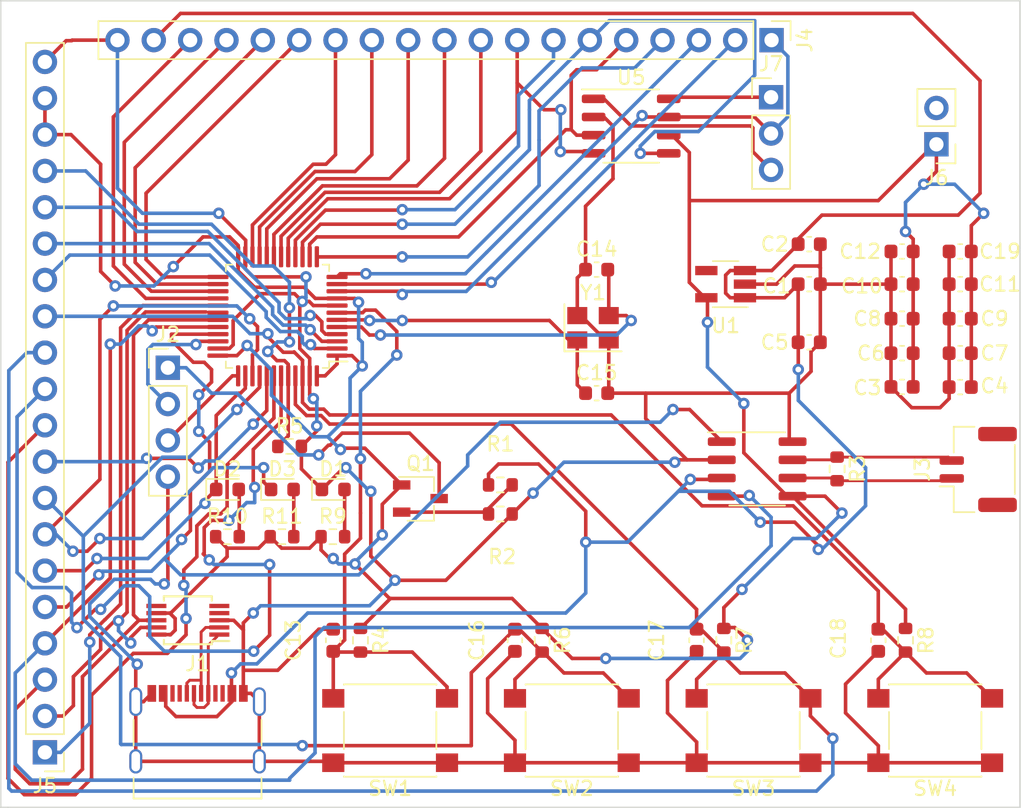
<source format=kicad_pcb>
(kicad_pcb (version 20211014) (generator pcbnew)
  (layers (0 "F.Cu" signal) (31 "B.Cu" signal) (34 "B.Paste" user) (35 "F.Paste" user) (36 "B.SilkS" user "B.Silkscreen") (37 "F.SilkS" user "F.Silkscreen") (38 "B.Mask" user) (39 "F.Mask" user) (44 "Edge.Cuts" user))
  (net 0 "")
  (net 1 "Net-(Q1-Pad2)")
  (net 2 "GND")
  (net 3 "/STM32_MinimumSystem/BOOT0")
  (net 4 "+3V3")
  (net 5 "/STM32_MinimumSystem/NRST")
  (net 6 "Net-(D2-Pad2)")
  (net 7 "Net-(D1-Pad2)")
  (net 8 "/STM32_MinimumSystem/PB9")
  (net 9 "VBUS")
  (net 10 "/STM32_MinimumSystem/PB8")
  (net 11 "/PORT&POWER/CAN+")
  (net 12 "/PORT&POWER/CAN-")
  (net 13 "/STM32_MinimumSystem/PB4")
  (net 14 "Net-(D3-Pad2)")
  (net 15 "/PORT&POWER/3V3_Debug")
  (net 17 "Net-(J7-Pad3)")
  (net 18 "/STM32_MinimumSystem/PA4")
  (net 19 "/STM32_MinimumSystem/PA7")
  (net 20 "/STM32_MinimumSystem/PA5")
  (net 21 "/STM32_MinimumSystem/PA0")
  (net 22 "Net-(J7-Pad1)")
  (net 23 "/STM32_MinimumSystem/PA12")
  (net 24 "/STM32_MinimumSystem/PA11")
  (net 25 "/PORT&POWER/D+")
  (net 26 "/PORT&POWER/D-")
  (net 30 "/STM32_MinimumSystem/PA10")
  (net 31 "/STM32_MinimumSystem/PA9")
  (net 32 "/STM32_MinimumSystem/PC13")
  (net 33 "/STM32_MinimumSystem/PC14")
  (net 34 "/STM32_MinimumSystem/PC15")
  (net 35 "/STM32_MinimumSystem/OSC_IN")
  (net 36 "/STM32_MinimumSystem/OSC_OUT")
  (net 37 "/STM32_MinimumSystem/PA1")
  (net 38 "/STM32_MinimumSystem/PA2")
  (net 39 "/STM32_MinimumSystem/PA3")
  (net 40 "/STM32_MinimumSystem/PA6")
  (net 41 "/STM32_MinimumSystem/PB0")
  (net 42 "/STM32_MinimumSystem/PB1")
  (net 43 "/STM32_MinimumSystem/PB2")
  (net 44 "/STM32_MinimumSystem/PB10")
  (net 45 "/STM32_MinimumSystem/PB11")
  (net 46 "/STM32_MinimumSystem/PB12")
  (net 47 "/STM32_MinimumSystem/PB13")
  (net 48 "/STM32_MinimumSystem/PB14")
  (net 49 "/STM32_MinimumSystem/PB15")
  (net 50 "/STM32_MinimumSystem/PA8")
  (net 51 "/STM32_MinimumSystem/PA13")
  (net 52 "/STM32_MinimumSystem/PA14")
  (net 53 "/STM32_MinimumSystem/PA15")
  (net 54 "/STM32_MinimumSystem/PB3")
  (net 55 "/STM32_MinimumSystem/PB5")
  (net 56 "/STM32_MinimumSystem/PB6")
  (net 57 "/STM32_MinimumSystem/PB7")
  (net 62 "/STM32_MinimumSystem/BOOTO")
  (footprint "LED_SMD:LED_0603_1608Metric" (layer "F.Cu") (at 132.08 110.236)
    (fp_text reference "D1")
    (fp_text value "RED")
  )
  (footprint "Package_SO:SOP-8_3.9x4.9mm_P1.27mm" (layer "F.Cu") (at 152.908 84.836)
    (fp_text reference "U5")
    (fp_text value "AD8400ARZ50")
  )
  (footprint "Resistor_SMD:R_0603_1608Metric" (layer "F.Cu") (at 159.385 120.777 -90)
    (fp_text reference "R7")
    (fp_text value "1k")
  )
  (footprint "Capacitor_SMD:C_0603_1608Metric" (layer "F.Cu") (at 165.354 95.885)
    (fp_text reference "C1")
    (fp_text value "10u")
  )
  (footprint "Capacitor_SMD:C_0603_1608Metric" (layer "F.Cu") (at 171.844 93.599 180)
    (fp_text reference "C12")
    (fp_text value "100n")
  )
  (footprint "Capacitor_SMD:C_0603_1608Metric" (layer "F.Cu") (at 175.908 98.298 180)
    (fp_text reference "C9")
    (fp_text value "100n")
  )
  (footprint "Connector_USB:USB_C_Receptacle_Palconn_UTC16-G" (layer "F.Cu") (at 122.598 127)
    (fp_text reference "J1")
    (fp_text value "USB_C_Receptacle_USB2.0" hide)
  )
  (footprint "Capacitor_SMD:C_0603_1608Metric" (layer "F.Cu") (at 170.18 120.777 -90)
    (fp_text reference "C18")
    (fp_text value "100n")
  )
  (footprint "Package_TO_SOT_SMD:SOT-23-5_HandSoldering" (layer "F.Cu") (at 159.512 95.885 180)
    (fp_text reference "U1")
    (fp_text value "HX9193")
  )
  (footprint "Package_TO_SOT_SMD:TSOT-23" (layer "F.Cu") (at 138.176 110.871)
    (fp_text reference "Q1")
    (fp_text value "Q_PMOS_DGS" hide)
  )
  (footprint "Resistor_SMD:R_0603_1608Metric" (layer "F.Cu") (at 172.085 120.777 -90)
    (fp_text reference "R8")
    (fp_text value "1k")
  )
  (footprint "Connector_PinHeader_2.54mm:PinHeader_1x19_P2.54mm_Vertical" (layer "F.Cu") (at 162.72 78.828 -90)
    (fp_text reference "J4")
    (fp_text value "Conn_01x19" hide)
  )
  (footprint "Resistor_SMD:R_0603_1608Metric" (layer "F.Cu") (at 129.032 107.227)
    (fp_text reference "R5")
    (fp_text value "10k")
  )
  (footprint "Button_Switch_SMD:SW_Push_1P1T_NO_6x6mm_H9.5mm" (layer "F.Cu") (at 136.06 127.088 180)
    (fp_text reference "SW1")
    (fp_text value "SW_Push" hide)
  )
  (footprint "Capacitor_SMD:C_0603_1608Metric" (layer "F.Cu") (at 150.495 94.869)
    (fp_text reference "C14")
    (fp_text value "18p")
  )
  (footprint "Capacitor_SMD:C_0603_1608Metric" (layer "F.Cu") (at 132.08 120.777 -90)
    (fp_text reference "C13")
    (fp_text value "100n")
  )
  (footprint "Capacitor_SMD:C_0603_1608Metric" (layer "F.Cu") (at 175.908 95.885 180)
    (fp_text reference "C11")
    (fp_text value "100n")
  )
  (footprint "Button_Switch_SMD:SW_Push_1P1T_NO_6x6mm_H9.5mm" (layer "F.Cu") (at 174.16 127.088 180)
    (fp_text reference "SW4")
    (fp_text value "SW_Push" hide)
  )
  (footprint "Resistor_SMD:R_0603_1608Metric" (layer "F.Cu") (at 128.4985 113.538)
    (fp_text reference "R11")
    (fp_text value "1k")
  )
  (footprint "Capacitor_SMD:C_0603_1608Metric" (layer "F.Cu") (at 175.908 100.711 180)
    (fp_text reference "C7")
    (fp_text value "100n")
  )
  (footprint "Resistor_SMD:R_0603_1608Metric" (layer "F.Cu") (at 124.6885 113.538)
    (fp_text reference "R10")
    (fp_text value "1k")
  )
  (footprint "Crystal:Crystal_SMD_3225-4Pin_3.2x2.5mm" (layer "F.Cu") (at 150.241 98.933)
    (fp_text reference "Y1")
    (fp_text value "12M")
  )
  (footprint "Capacitor_SMD:C_0603_1608Metric" (layer "F.Cu") (at 171.844 103.068 180)
    (fp_text reference "C3")
    (fp_text value "10u")
  )
  (footprint "Package_SO:SOIC-8_3.9x4.9mm_P1.27mm" (layer "F.Cu") (at 161.714 108.8)
    (fp_text reference "U2" hide)
    (fp_text value "TJA1051T-3")
  )
  (footprint "Capacitor_SMD:C_0603_1608Metric" (layer "F.Cu") (at 165.354 99.949)
    (fp_text reference "C5")
    (fp_text value "100n")
  )
  (footprint "Resistor_SMD:R_0603_1608Metric" (layer "F.Cu") (at 133.985 120.777 -90)
    (fp_text reference "R4")
    (fp_text value "10k")
  )
  (footprint "Button_Switch_SMD:SW_Push_1P1T_NO_6x6mm_H9.5mm" (layer "F.Cu") (at 148.76 127.088 180)
    (fp_text reference "SW2")
    (fp_text value "SW_Push" hide)
  )
  (footprint "Package_QFP:LQFP-48_7x7mm_P0.5mm" (layer "F.Cu") (at 128.186 98.132 180)
    (fp_text reference "U4" hide)
    (fp_text value "STM32F103CBT6" hide)
  )
  (footprint "Capacitor_SMD:C_0603_1608Metric" (layer "F.Cu") (at 157.48 120.777 -90)
    (fp_text reference "C17")
    (fp_text value "100n")
  )
  (footprint "Capacitor_SMD:C_0603_1608Metric" (layer "F.Cu") (at 150.495 103.505)
    (fp_text reference "C15")
    (fp_text value "18p")
  )
  (footprint "LED_SMD:LED_0603_1608Metric" (layer "F.Cu") (at 124.6885 110.236)
    (fp_text reference "D2")
    (fp_text value "GREEN")
  )
  (footprint "Connector_JST:JST_GH_SM02B-GHS-TB_1x02-1MP_P1.25mm_Horizontal" (layer "F.Cu") (at 177.165 108.839 90)
    (fp_text reference "J3")
    (fp_text value "Conn_01x02" hide)
  )
  (footprint "Resistor_SMD:R_0603_1608Metric" (layer "F.Cu") (at 143.764 111.951)
    (fp_text reference "R2")
    (fp_text value "10k")
  )
  (footprint "Resistor_SMD:R_0603_1608Metric" (layer "F.Cu") (at 167.302 108.8 -90)
    (fp_text reference "R3")
    (fp_text value "120")
  )
  (footprint "Capacitor_SMD:C_0603_1608Metric" (layer "F.Cu") (at 175.908 103.081 180)
    (fp_text reference "C4")
    (fp_text value "100n")
  )
  (footprint "Connector_PinHeader_2.54mm:PinHeader_1x03_P2.54mm_Vertical" (layer "F.Cu") (at 162.687 82.819)
    (fp_text reference "J7")
    (fp_text value "Conn_01x03" hide)
  )
  (footprint "Capacitor_SMD:C_0603_1608Metric" (layer "F.Cu") (at 175.908 93.599 180)
    (fp_text reference "C19")
    (fp_text value "100n")
  )
  (footprint "Connector_PinHeader_2.54mm:PinHeader_1x20_P2.54mm_Vertical" (layer "F.Cu") (at 111.93 128.612 180)
    (fp_text reference "J5")
    (fp_text value "Conn_01x20" hide)
  )
  (footprint "LED_SMD:LED_0603_1608Metric" (layer "F.Cu") (at 128.524 110.236)
    (fp_text reference "D3")
    (fp_text value "BLUE")
  )
  (footprint "Connector_PinHeader_2.54mm:PinHeader_1x04_P2.54mm_Vertical" (layer "F.Cu") (at 120.523 101.727)
    (fp_text reference "J2")
    (fp_text value "Conn_01x04" hide)
  )
  (footprint "Button_Switch_SMD:SW_Push_1P1T_NO_6x6mm_H9.5mm" (layer "F.Cu") (at 161.46 127.088 180)
    (fp_text reference "SW3")
    (fp_text value "SW_Push" hide)
  )
  (footprint "Capacitor_SMD:C_0603_1608Metric" (layer "F.Cu") (at 144.78 120.777 -90)
    (fp_text reference "C16")
    (fp_text value "100n")
  )
  (footprint "Resistor_SMD:R_0603_1608Metric" (layer "F.Cu") (at 132.0545 113.538)
    (fp_text reference "R9")
    (fp_text value "1k")
  )
  (footprint "Capacitor_SMD:C_0603_1608Metric" (layer "F.Cu") (at 171.844 100.711 180)
    (fp_text reference "C6")
    (fp_text value "100n")
  )
  (footprint "Connector_PinHeader_2.54mm:PinHeader_1x02_P2.54mm_Vertical" (layer "F.Cu") (at 174.244 86.111 180)
    (fp_text reference "J6")
    (fp_text value "Conn_01x02" hide)
  )
  (footprint "Resistor_SMD:R_0603_1608Metric" (layer "F.Cu") (at 143.764 109.919)
    (fp_text reference "R1")
    (fp_text value "1k")
  )
  (footprint "Capacitor_SMD:C_0603_1608Metric" (layer "F.Cu") (at 165.354 93.091)
    (fp_text reference "C2")
    (fp_text value "100n")
  )
  (footprint "Capacitor_SMD:C_0603_1608Metric" (layer "F.Cu") (at 171.844 98.298 180)
    (fp_text reference "C8")
    (fp_text value "100n")
  )
  (footprint "Capacitor_SMD:C_0603_1608Metric" (layer "F.Cu") (at 171.844 95.885 180)
    (fp_text reference "C10")
    (fp_text value "100n")
  )
  (footprint "Resistor_SMD:R_0603_1608Metric" (layer "F.Cu") (at 146.685 120.777 -90)
    (fp_text reference "R6")
    (fp_text value "1k")
  )
  (footprint "Package_SO:MSOP-10_3x3mm_P0.5mm" (layer "F.Cu") (at 121.92 119.38 180)
    (fp_text reference "U3" hide)
    (fp_text value "CH340E")
  )
  (gr_line (start 108.839 76.073) (end 109.347 76.073) (layer "Edge.Cuts") (width 0.1))
  (gr_line (start 180.086 132.461) (end 180.086 76.073) (layer "Edge.Cuts") (width 0.1))
  (gr_line (start 109.347 132.461) (end 180.086 132.461) (layer "Edge.Cuts") (width 0.1))
  (gr_line (start 108.839 76.073) (end 108.839 132.334) (layer "Edge.Cuts") (width 0.1))
  (gr_line (start 108.839 132.334) (end 108.839 132.461) (layer "Edge.Cuts") (width 0.1))
  (gr_line (start 180.086 76.073) (end 109.347 76.073) (layer "Edge.Cuts") (width 0.1))
  (gr_line (start 108.839 132.461) (end 109.347 132.461) (layer "Edge.Cuts") (width 0.1))
  (segment (start 142.809 111.821) (end 136.866 111.821) (width 0.25) (layer "F.Cu") (net 1))
  (segment (start 142.939 111.569) (end 144.589 109.919) (width 0.25) (layer "F.Cu") (net 1))
  (segment (start 142.939 111.951) (end 142.939 111.569) (width 0.25) (layer "F.Cu") (net 1))
  (segment (start 142.939 111.951) (end 142.809 111.821) (width 0.25) (layer "F.Cu") (net 1))
  (segment (start 144.589 111.951) (end 139.954 116.586) (width 0.25) (layer "F.Cu") (net 2))
  (segment (start 149.72 90.437) (end 151.638 88.519) (width 0.25) (layer "F.Cu") (net 2))
  (segment (start 126.338 124.49) (end 126.918 125.07) (width 0.25) (layer "F.Cu") (net 2))
  (segment (start 160.862 95.885) (end 163.068 95.885) (width 0.25) (layer "F.Cu") (net 2))
  (segment (start 175.133 103.081) (end 175.133 103.886) (width 0.25) (layer "F.Cu") (net 2))
  (segment (start 149.141 95.448) (end 149.72 94.869) (width 0.25) (layer "F.Cu") (net 2))
  (segment (start 125.798 124.49) (end 125.798 122.877) (width 0.25) (layer "F.Cu") (net 2))
  (segment (start 151.091 99.783) (end 151.341 99.783) (width 0.25) (layer "F.Cu") (net 2))
  (segment (start 125.086 98.434) (end 125.086 100.122685) (width 0.25) (layer "F.Cu") (net 2))
  (segment (start 166.129 95.885) (end 166.129 99.949) (width 0.25) (layer "F.Cu") (net 2))
  (segment (start 156.806 108.165) (end 159.239 108.165) (width 0.25) (layer "F.Cu") (net 2))
  (segment (start 149.72 94.869) (end 149.72 90.437) (width 0.25) (layer "F.Cu") (net 2))
  (segment (start 129.744701 97.268747) (end 129.744701 100.386305) (width 0.25) (layer "F.Cu") (net 2))
  (segment (start 165.481 100.597) (end 165.481 101.981) (width 0.25) (layer "F.Cu") (net 2))
  (segment (start 129.857 108.8005) (end 131.2925 110.236) (width 0.25) (layer "F.Cu") (net 2))
  (segment (start 156.122 108.165) (end 155.956 108.331) (width 0.25) (layer "F.Cu") (net 2))
  (segment (start 130.436 103.629005) (end 130.436 102.2945) (width 0.25) (layer "F.Cu") (net 2))
  (segment (start 155.448 123.584) (end 157.48 121.552) (width 0.25) (layer "F.Cu") (net 2))
  (segment (start 126.492 118.872) (end 125.798 119.566) (width 0.25) (layer "F.Cu") (net 2))
  (segment (start 124.079 90.932) (end 125.961 92.814) (width 0.25) (layer "F.Cu") (net 2))
  (segment (start 171.069 93.599) (end 171.069 103.068) (width 0.25) (layer "F.Cu") (net 2))
  (segment (start 130.691604 97.382) (end 132.3485 97.382) (width 0.25) (layer "F.Cu") (net 2))
  (segment (start 134.7095 114.8975) (end 134.7095 110.363) (width 0.25) (layer "F.Cu") (net 2))
  (segment (start 144.785 127.767) (end 142.875 125.857) (width 0.25) (layer "F.Cu") (net 2))
  (segment (start 155.448 125.857) (end 155.448 123.584) (width 0.25) (layer "F.Cu") (net 2))
  (segment (start 163.068 95.885) (end 164.338 94.615) (width 0.25) (layer "F.Cu") (net 2))
  (segment (start 118.278 129.24) (end 126.918 129.24) (width 0.25) (layer "F.Cu") (net 2))
  (segment (start 111.93 80.352) (end 113.415 78.867) (width 0.25) (layer "F.Cu") (net 2))
  (segment (start 165.481 101.981) (end 163.957 103.505) (width 0.25) (layer "F.Cu") (net 2))
  (segment (start 126.492 95.377) (end 130.175 95.377) (width 0.25) (layer "F.Cu") (net 2))
  (segment (start 130.403759 97.094155) (end 130.691604 97.382) (width 0.25) (layer "F.Cu") (net 2))
  (segment (start 164.338 94.615) (end 165.989 94.615) (width 0.25) (layer "F.Cu") (net 2))
  (segment (start 130.932701 105.795299) (end 130.932701 106.151299) (width 0.25) (layer "F.Cu") (net 2))
  (segment (start 125.798 120.058) (end 125.12 119.38) (width 0.25) (layer "F.Cu") (net 2))
  (segment (start 118.278 125.07) (end 118.818 125.07) (width 0.25) (layer "F.Cu") (net 2))
  (segment (start 163.957 103.505) (end 153.924 103.505) (width 0.25) (layer "F.Cu") (net 2))
  (segment (start 126.918 129.24) (end 131.987 129.24) (width 0.25) (layer "F.Cu") (net 2))
  (segment (start 175.133 103.886) (end 174.498 104.521) (width 0.25) (layer "F.Cu") (net 2))
  (segment (start 113.831 78.828) (end 117 78.828) (width 0.25) (layer "F.Cu") (net 2))
  (segment (start 132.969 108.712) (end 132.8165 108.712) (width 0.25) (layer "F.Cu") (net 2))
  (segment (start 120.269 116.84) (end 120.523 116.586) (width 0.25) (layer "F.Cu") (net 2))
  (segment (start 156.806 108.165) (end 156.122 108.165) (width 0.25) (layer "F.Cu") (net 2))
  (segment (start 166.129 95.885) (end 171.069 95.885) (width 0.25) (layer "F.Cu") (net 2))
  (segment (start 153.924 103.505) (end 151.27 103.505) (width 0.25) (layer "F.Cu") (net 2))
  (segment (start 125.798 119.566) (end 125.798 120.058) (width 0.25) (layer "F.Cu") (net 2))
  (segment (start 151.341 99.783) (end 151.341 103.434) (width 0.25) (layer "F.Cu") (net 2))
  (segment (start 134.747 114.935) (end 134.7095 114.8975) (width 0.25) (layer "F.Cu") (net 2))
  (segment (start 157.485 129.338) (end 178.135 129.338) (width 0.25) (layer "F.Cu") (net 2))
  (segment (start 153.924 103.505) (end 153.924 105.283) (width 0.25) (layer "F.Cu") (net 2))
  (segment (start 129.919293 97.094155) (end 129.377138 96.552) (width 0.25) (layer "F.Cu") (net 2))
  (segment (start 170.185 128.148) (end 167.894 125.857) (width 0.25) (layer "F.Cu") (net 2))
  (segment (start 126.968 96.552) (end 125.086 98.434) (width 0.25) (layer "F.Cu") (net 2))
  (segment (start 128.202 122.877) (end 125.798 122.877) (width 0.25) (layer "F.Cu") (net 2))
  (segment (start 166.129 93.091) (end 166.129 94.755) (width 0.25) (layer "F.Cu") (net 2))
  (segment (start 170.185 129.338) (end 170.185 128.148) (width 0.25) (layer "F.Cu") (net 2))
  (segment (start 118.278 125.07) (end 118.278 129.24) (width 0.25) (layer "F.Cu") (net 2))
  (segment (start 118.278 122.549796) (end 118.278 125.07) (width 0.25) (layer "F.Cu") (net 2))
  (segment (start 131.077 120.002) (end 128.202 122.877) (width 0.25) (layer "F.Cu") (net 2))
  (segment (start 113.415 78.867) (end 113.792 78.867) (width 0.25) (layer "F.Cu") (net 2))
  (segment (start 139.954 116.586) (end 136.398 116.586) (width 0.25) (layer "F.Cu") (net 2))
  (segment (start 125.961 92.814) (end 125.961 93.599) (width 0.25) (layer "F.Cu") (net 2))
  (segment (start 151.638 88.519) (end 151.638 84.836) (width 0.25) (layer "F.Cu") (net 2))
  (segment (start 132.8165 108.712) (end 131.2925 110.236) (width 0.25) (layer "F.Cu") (net 2))
  (segment (start 118.818 125.07) (end 119.398 124.49) (width 0.25) (layer "F.Cu") (net 2))
  (segment (start 172.522 104.521) (end 171.069 103.068) (width 0.25) (layer "F.Cu") (net 2))
  (segment (start 125.086 100.122685) (end 124.826685 100.382) (width 0.25) (layer "F.Cu") (net 2))
  (segment (start 151.003 84.201) (end 150.283 84.201) (width 0.25) (layer "F.Cu") (net 2))
  (segment (start 166.129 94.755) (end 166.129 95.885) (width 0.25) (layer "F.Cu") (net 2))
  (segment (start 144.785 129.338) (end 144.785 127.767) (width 0.25) (layer "F.Cu") (net 2))
  (segment (start 149.391 98.083) (end 151.091 99.783) (width 0.25) (layer "F.Cu") (net 2))
  (segment (start 149.141 98.083) (end 149.141 95.448) (width 0.25) (layer "F.Cu") (net 2))
  (segment (start 175.133 93.599) (end 175.133 103.081) (width 0.25) (layer "F.Cu") (net 2))
  (segment (start 125.936 94.821) (end 126.492 95.377) (width 0.25) (layer "F.Cu") (net 2))
  (segment (start 149.141 98.083) (end 149.391 98.083) (width 0.25) (layer "F.Cu") (net 2))
  (segment (start 125.798 124.49) (end 126.338 124.49) (width 0.25) (layer "F.Cu") (net 2))
  (segment (start 129.744701 100.386305) (end 130.436 101.077604) (width 0.25) (layer "F.Cu") (net 2))
  (segment (start 129.919293 97.094155) (end 129.744701 97.268747) (width 0.25) (layer "F.Cu") (net 2))
  (segment (start 151.341 103.434) (end 151.27 103.505) (width 0.25) (layer "F.Cu") (net 2))
  (segment (start 150.941 99.783) (end 151.341 99.783) (width 0.25) (layer "F.Cu") (net 2))
  (segment (start 152.735 129.338) (end 157.485 129.338) (width 0.25) (layer "F.Cu") (net 2))
  (segment (start 144.785 129.338) (end 152.735 129.338) (width 0.25) (layer "F.Cu") (net 2))
  (segment (start 142.875 125.857) (end 142.875 123.457) (width 0.25) (layer "F.Cu") (net 2))
  (segment (start 165.989 94.615) (end 166.129 94.755) (width 0.25) (layer "F.Cu") (net 2))
  (segment (start 174.498 104.521) (end 172.522 104.521) (width 0.25) (layer "F.Cu") (net 2))
  (segment (start 144.785 129.338) (end 132.085 129.338) (width 0.25) (layer "F.Cu") (net 2))
  (segment (start 125.12 119.38) (end 124.12 119.38) (width 0.25) (layer "F.Cu") (net 2))
  (segment (start 125.936 93.9695) (end 125.936 94.821) (width 0.25) (layer "F.Cu") (net 2))
  (segment (start 142.875 123.457) (end 144.78 121.552) (width 0.25) (layer "F.Cu") (net 2))
  (segment (start 163.957 103.505) (end 163.957 106.663) (width 0.25) (layer "F.Cu") (net 2))
  (segment (start 125.798 122.877) (end 125.798 120.058) (width 0.25) (layer "F.Cu") (net 2))
  (segment (start 118.381898 122.445898) (end 118.278 122.549796) (width 0.25) (layer "F.Cu") (net 2))
  (segment (start 124.826685 100.382) (end 124.0235 100.382) (width 0.25) (layer "F.Cu") (net 2))
  (segment (start 167.894 125.857) (end 167.894 123.838) (width 0.25) (layer "F.Cu") (net 2))
  (segment (start 131.077 120.002) (end 132.08 120.002) (width 0.25) (layer "F.Cu") (net 2))
  (segment (start 130.692897 103.885902) (end 130.436 103.629005) (width 0.25) (layer "F.Cu") (net 2))
  (segment (start 167.894 123.838) (end 170.18 121.552) (width 0.25) (layer "F.Cu") (net 2))
  (segment (start 163.957 106.663) (end 164.189 106.895) (width 0.25) (layer "F.Cu") (net 2))
  (segment (start 146.05 110.49) (end 144.589 111.951) (width 0.25) (layer "F.Cu") (net 2))
  (segment (start 120.523 116.586) (end 120.523 109.347) (width 0.25) (layer "F.Cu") (net 2))
  (segment (start 153.924 105.283) (end 156.806 108.165) (width 0.25) (layer "F.Cu") (net 2))
  (segment (start 130.436 101.077604) (end 130.436 102.2945) (width 0.25) (layer "F.Cu") (net 2))
  (segment (start 129.857 107.227) (end 129.857 108.8005) (width 0.25) (layer "F.Cu") (net 2))
  (segment (start 113.792 78.867) (end 113.831 78.828) (width 0.25) (layer "F.Cu") (net 2))
  (segment (start 126.918 129.24) (end 126.918 125.07) (width 0.25) (layer "F.Cu") (net 2))
  (segment (start 129.919293 97.094155) (end 130.403759 97.094155) (width 0.25) (layer "F.Cu") (net 2))
  (segment (start 129.377138 96.552) (end 126.968 96.552) (width 0.25) (layer "F.Cu") (net 2))
  (segment (start 131.987 129.24) (end 132.085 129.338) (width 0.25) (layer "F.Cu") (net 2))
  (segment (start 136.398 116.586) (end 134.747 114.935) (width 0.25) (layer "F.Cu") (net 2))
  (segment (start 151.638 84.836) (end 151.003 84.201) (width 0.25) (layer "F.Cu") (net 2))
  (segment (start 130.932701 106.151299) (end 129.857 107.227) (width 0.25) (layer "F.Cu") (net 2))
  (segment (start 166.129 99.949) (end 165.481 100.597) (width 0.25) (layer "F.Cu") (net 2))
  (segment (start 157.485 129.338) (end 157.485 127.894) (width 0.25) (layer "F.Cu") (net 2))
  (segment (start 157.485 127.894) (end 155.448 125.857) (width 0.25) (layer "F.Cu") (net 2))
  (via (at 126.492 118.872) (size 0.8) (drill 0.4) (layers "F.Cu" "B.Cu") (net 2))
  (via (at 124.079 90.932) (size 0.8) (drill 0.4) (layers "F.Cu" "B.Cu") (net 2))
  (via (at 118.381898 122.445898) (size 0.8) (drill 0.4) (layers "F.Cu" "B.Cu") (net 2))
  (via (at 134.7095 110.363) (size 0.8) (drill 0.4) (layers "F.Cu" "B.Cu") (net 2))
  (via (at 130.692897 103.885902) (size 0.8) (drill 0.4) (layers "F.Cu" "B.Cu") (net 2))
  (via (at 136.398 116.586) (size 0.8) (drill 0.4) (layers "F.Cu" "B.Cu") (net 2))
  (via (at 129.919293 97.094155) (size 0.8) (drill 0.4) (layers "F.Cu" "B.Cu") (net 2))
  (via (at 146.05 110.49) (size 0.8) (drill 0.4) (layers "F.Cu" "B.Cu") (net 2))
  (via (at 132.969 108.712) (size 0.8) (drill 0.4) (layers "F.Cu" "B.Cu") (net 2))
  (via (at 155.956 108.331) (size 0.8) (drill 0.4) (layers "F.Cu" "B.Cu") (net 2))
  (via (at 130.175 95.377) (size 0.8) (drill 0.4) (layers "F.Cu" "B.Cu") (net 2))
  (via (at 120.269 116.84) (size 0.8) (drill 0.4) (layers "F.Cu" "B.Cu") (net 2))
  (via (at 130.932701 105.795299) (size 0.8) (drill 0.4) (layers "F.Cu" "B.Cu") (net 2))
  (segment (start 117 89.187) (end 118.745 90.932) (width 0.25) (layer "B.Cu") (net 2))
  (segment (start 136.398 116.586) (end 134.62 118.364) (width 0.25) (layer "B.Cu") (net 2))
  (segment (start 134.62 118.364) (end 127 118.364) (width 0.25) (layer "B.Cu") (net 2))
  (segment (start 118.745 90.932) (end 124.079 90.932) (width 0.25) (layer "B.Cu") (net 2))
  (segment (start 115.062 119.126) (end 115.062 118.237) (width 0.25) (layer "B.Cu") (net 2))
  (segment (start 119.311 116.517) (end 119.634 116.84) (width 0.25) (layer "B.Cu") (net 2))
  (segment (start 117 78.828) (end 117 89.187) (width 0.25) (layer "B.Cu") (net 2))
  (segment (start 119.634 116.84) (end 120.269 116.84) (width 0.25) (layer "B.Cu") (net 2))
  (segment (start 129.919293 97.094155) (end 130.175 96.838448) (width 0.25) (layer "B.Cu") (net 2))
  (segment (start 130.932701 104.125706) (end 130.692897 103.885902) (width 0.25) (layer "B.Cu") (net 2))
  (segment (start 148.209 108.331) (end 146.05 110.49) (width 0.25) (layer "B.Cu") (net 2))
  (segment (start 130.932701 105.795299) (end 130.932701 104.125706) (width 0.25) (layer "B.Cu") (net 2))
  (segment (start 118.278 122.342) (end 118.381898 122.445898) (width 0.25) (layer "B.Cu") (net 2))
  (segment (start 130.175 96.838448) (end 130.175 95.377) (width 0.25) (layer "B.Cu") (net 2))
  (segment (start 117.475 116.517) (end 119.311 116.517) (width 0.25) (layer "B.Cu") (net 2))
  (segment (start 127 118.364) (end 126.492 118.872) (width 0.25) (layer "B.Cu") (net 2))
  (segment (start 115.824 119.888) (end 115.062 119.126) (width 0.25) (layer "B.Cu") (net 2))
  (segment (start 115.062 118.237) (end 116.782 116.517) (width 0.25) (layer "B.Cu") (net 2))
  (segment (start 134.62 110.363) (end 132.969 108.712) (width 0.25) (layer "B.Cu") (net 2))
  (segment (start 118.278 122.342) (end 115.824 119.888) (width 0.25) (layer "B.Cu") (net 2))
  (segment (start 134.7095 110.363) (end 134.62 110.363) (width 0.25) (layer "B.Cu") (net 2))
  (segment (start 116.782 116.517) (end 117.475 116.517) (width 0.25) (layer "B.Cu") (net 2))
  (segment (start 155.956 108.331) (end 148.209 108.331) (width 0.25) (layer "B.Cu") (net 2))
  (segment (start 128.147402 101.232) (end 128.676685 101.232) (width 0.25) (layer "F.Cu") (net 3))
  (segment (start 129.020201 97.530775) (end 129.020201 99.9225) (width 0.25) (layer "F.Cu") (net 3))
  (segment (start 128.936 101.491315) (end 128.936 102.2945) (width 0.25) (layer "F.Cu") (net 3))
  (segment (start 128.676685 101.232) (end 128.936 101.491315) (width 0.25) (layer "F.Cu") (net 3))
  (segment (start 128.936 106.498) (end 128.207 107.227) (width 0.25) (layer "F.Cu") (net 3))
  (segment (start 128.936 102.2945) (end 128.936 106.498) (width 0.25) (layer "F.Cu") (net 3))
  (segment (start 127.503701 100.588299) (end 128.147402 101.232) (width 0.25) (layer "F.Cu") (net 3))
  (via (at 127.503701 100.588299) (size 0.8) (drill 0.4) (layers "F.Cu" "B.Cu") (net 3))
  (via (at 129.020201 97.530775) (size 0.8) (drill 0.4) (layers "F.Cu" "B.Cu") (net 3))
  (via (at 129.020201 99.9225) (size 0.8) (drill 0.4) (layers "F.Cu" "B.Cu") (net 3))
  (segment (start 126.490604 94.615) (end 123.569604 91.694) (width 0.25) (layer "B.Cu") (net 3))
  (segment (start 127.889 94.615) (end 126.490604 94.615) (width 0.25) (layer "B.Cu") (net 3))
  (segment (start 123.569604 91.694) (end 118.501559 91.694) (width 0.25) (layer "B.Cu") (net 3))
  (segment (start 129.020201 99.9225) (end 128.1695 99.9225) (width 0.25) (layer "B.Cu") (net 3))
  (segment (start 129.020201 95.746201) (end 129.020201 97.530775) (width 0.25) (layer "B.Cu") (net 3))
  (segment (start 114.779559 87.972) (end 111.93 87.972) (width 0.25) (layer "B.Cu") (net 3))
  (segment (start 129.020201 95.746201) (end 127.889 94.615) (width 0.25) (layer "B.Cu") (net 3))
  (segment (start 118.501559 91.694) (end 114.779559 87.972) (width 0.25) (layer "B.Cu") (net 3))
  (segment (start 128.1695 99.9225) (end 127.503701 100.588299) (width 0.25) (layer "B.Cu") (net 3))
  (segment (start 135.509 113.411) (end 135.509 111.278) (width 0.25) (layer "F.Cu") (net 4))
  (segment (start 131.2295 114.4655) (end 131.2295 113.538) (width 0.25) (layer "F.Cu") (net 4))
  (segment (start 131.5125 102.2945) (end 130.936 102.2945) (width 0.25) (layer "F.Cu") (net 4))
  (segment (start 132.588 107.442) (end 132.678 107.352) (width 0.25) (layer "F.Cu") (net 4))
  (segment (start 133.394 100.882) (end 132.3485 100.882) (width 0.25) (layer "F.Cu") (net 4))
  (segment (start 124.841 92.583) (end 125.436 93.178) (width 0.25) (layer "F.Cu") (net 4))
  (segment (start 125.436 94.957396) (end 126.580604 96.102) (width 0.25) (layer "F.Cu") (net 4))
  (segment (start 131.826 115.062) (end 131.2295 114.4655) (width 0.25) (layer "F.Cu") (net 4))
  (segment (start 128.4735 114.338) (end 130.4295 114.338) (width 0.25) (layer "F.Cu") (net 4))
  (segment (start 120.904 94.6575) (end 122.9785 92.583) (width 0.25) (layer "F.Cu") (net 4))
  (segment (start 146.685 119.952) (end 144.589 117.856) (width 0.25) (layer "F.Cu") (net 4))
  (segment (start 120.634 120.38) (end 120.65 120.396) (width 0.25) (layer "F.Cu") (net 4))
  (segment (start 174.244 86.111) (end 174.112 86.111) (width 0.25) (layer "F.Cu") (net 4))
  (segment (start 159.385 118.491) (end 160.655 117.221) (width 0.25) (layer "F.Cu") (net 4))
  (segment (start 136.0175 117.856) (end 133.6045 115.443) (width 0.25) (layer "F.Cu") (net 4))
  (segment (start 120.658 118.88) (end 119.72 118.88) (width 0.25) (layer "F.Cu") (net 4))
  (segment (start 120.658 118.88) (end 120.72 118.88) (width 0.25) (layer "F.Cu") (net 4))
  (segment (start 133.58384 96.882) (end 132.3485 96.882) (width 0.25) (layer "F.Cu") (net 4))
  (segment (start 125.436 93.178) (end 125.436 93.9695) (width 0.25) (layer "F.Cu") (net 4))
  (segment (start 156.972 90.043) (end 156.972 95.758) (width 0.25) (layer "F.Cu") (net 4))
  (segment (start 160.782 107.674751) (end 160.782 104.2295) (width 0.25) (layer "F.Cu") (net 4))
  (segment (start 126.062044 100.17124) (end 125.351284 100.882) (width 0.25) (layer "F.Cu") (net 4))
  (segment (start 156.972 86.683249) (end 156.972 90.043) (width 0.25) (layer "F.Cu") (net 4))
  (segment (start 172.085 118.601) (end 172.085 119.952) (width 0.25) (layer "F.Cu") (net 4))
  (segment (start 133.850387 97.148547) (end 133.58384 96.882) (width 0.25) (layer "F.Cu") (net 4))
  (segment (start 134.112 101.6) (end 133.394 100.882) (width 0.25) (layer "F.Cu") (net 4))
  (segment (start 172.619 103.068) (end 172.619 93.599) (width 0.25) (layer "F.Cu") (net 4))
  (segment (start 122.9785 92.583) (end 124.841 92.583) (width 0.25) (layer "F.Cu") (net 4))
  (segment (start 114.808 86.487) (end 115.824 87.503) (width 0.25) (layer "F.Cu") (net 4))
  (segment (start 132.3485 100.882) (end 132.3485 101.4585) (width 0.25) (layer "F.Cu") (net 4))
  (segment (start 176.683 93.599) (end 176.683 91.795) (width 0.25) (layer "F.Cu") (net 4))
  (segment (start 173.355 88.9) (end 174.244 88.011) (width 0.25) (layer "F.Cu") (net 4))
  (segment (start 136.081 117.856) (end 136.0175 117.856) (width 0.25) (layer "F.Cu") (net 4))
  (segment (start 125.436 93.9695) (end 125.436 94.957396) (width 0.25) (layer "F.Cu") (net 4))
  (segment (start 127.6735 113.538) (end 128.4735 114.338) (width 0.25) (layer "F.Cu") (net 4))
  (segment (start 126.8735 114.338) (end 127.6735 113.538) (width 0.25) (layer "F.Cu") (net 4))
  (segment (start 120.704 120.396) (end 121.031 120.069) (width 0.25) (layer "F.Cu") (net 4))
  (segment (start 158.242 96.915) (end 158.162 96.835) (width 0.25) (layer "F.Cu") (net 4))
  (segment (start 130.048 96.102) (end 130.828 96.882) (width 0.25) (layer "F.Cu") (net 4))
  (segment (start 123.8635 113.538) (end 124.6635 114.338) (width 0.25) (layer "F.Cu") (net 4))
  (segment (start 158.242 98.552) (end 158.242 96.915) (width 0.25) (layer "F.Cu") (net 4))
  (segment (start 156.972 95.758) (end 158.049 96.835) (width 0.25) (layer "F.Cu") (net 4))
  (segment (start 119.72 120.38) (end 120.634 120.38) (width 0.25) (layer "F.Cu") (net 4))
  (segment (start 176.683 93.599) (end 176.683 103.081) (width 0.25) (layer "F.Cu") (net 4))
  (segment (start 164.189 110.705) (end 163.812249 110.705) (width 0.25) (layer "F.Cu") (net 4))
  (segment (start 163.812249 110.705) (end 160.782 107.674751) (width 0.25) (layer "F.Cu") (net 4))
  (segment (start 111.93 82.892) (end 111.93 85.432) (width 0.25) (layer "F.Cu") (net 4))
  (segment (start 155.533 85.471) (end 155.759751 85.471) (width 0.25) (layer "F.Cu") (net 4))
  (segment (start 159.449 119.888) (end 159.385 119.952) (width 0.25) (layer "F.Cu") (net 4))
  (segment (start 132.08 115.062) (end 131.826 115.062) (width 0.25) (layer "F.Cu") (net 4))
  (segment (start 170.18 90.043) (end 156.972 90.043) (width 0.25) (layer "F.Cu") (net 4))
  (segment (start 132.678 107.352) (end 134.297 107.352) (width 0.25) (layer "F.Cu") (net 4))
  (segment (start 124.6635 114.9365) (end 120.72 118.88) (width 0.25) (layer "F.Cu") (net 4))
  (segment (start 166.458 110.705) (end 164.189 110.705) (width 0.25) (layer "F.Cu") (net 4))
  (segment (start 121.031 120.069) (end 121.031 119.253) (width 0.25) (layer "F.Cu") (net 4))
  (segment (start 115.824 87.503) (end 115.824 94.996) (width 0.25) (layer "F.Cu") (net 4))
  (segment (start 176.683 91.795) (end 177.546 90.932) (width 0.25) (layer "F.Cu") (net 4))
  (segment (start 134.297 107.352) (end 136.866 109.921) (width 0.25) (layer "F.Cu") (net 4))
  (segment (start 136.081 117.856) (end 133.985 119.952) (width 0.25) (layer "F.Cu") (net 4))
  (segment (start 132.3485 101.4585) (end 131.5125 102.2945) (width 0.25) (layer "F.Cu") (net 4))
  (segment (start 146.685 119.952) (end 148.78 122.047) (width 0.25) (layer "F.Cu") (net 4))
  (segment (start 111.93 85.432) (end 113.753 85.432) (width 0.25) (layer "F.Cu") (net 4))
  (segment (start 115.824 94.996) (end 116.84 96.012) (width 0.25) (layer "F.Cu") (net 4))
  (segment (start 126.580604 96.102) (end 130.048 96.102) (width 0.25) (layer "F.Cu") (net 4))
  (segment (start 172.619 92.736) (end 172.085 92.202) (width 0.25) (layer "F.Cu") (net 4))
  (segment (start 155.759751 85.471) (end 156.972 86.683249) (width 0.25) (layer "F.Cu") (net 4))
  (segment (start 167.64 111.887) (end 166.458 110.705) (width 0.25) (layer "F.Cu") (net 4))
  (segment (start 174.112 86.111) (end 170.18 90.043) (width 0.25) (layer "F.Cu") (net 4))
  (segment (start 130.828 96.882) (end 132.3485 96.882) (width 0.25) (layer "F.Cu") (net 4))
  (segment (start 124.6635 114.338) (end 124.6635 114.9365) (width 0.25) (layer "F.Cu") (net 4))
  (segment (start 124.6635 114.338) (end 126.8735 114.338) (width 0.25) (layer "F.Cu") (net 4))
  (segment (start 148.78 122.047) (end 151.13 122.047) (width 0.25) (layer "F.Cu") (net 4))
  (segment (start 174.244 88.011) (end 174.244 86.111) (width 0.25) (layer "F.Cu") (net 4))
  (segment (start 158.049 96.835) (end 158.162 96.835) (width 0.25) (layer "F.Cu") (net 4))
  (segment (start 130.4295 114.338) (end 131.2295 113.538) (width 0.25) (layer "F.Cu") (net 4))
  (segment (start 164.189 110.705) (end 172.085 118.601) (width 0.25) (layer "F.Cu") (net 4))
  (segment (start 125.351284 100.882) (end 124.0235 100.882) (width 0.25) (layer "F.Cu") (net 4))
  (segment (start 160.147 119.888) (end 159.449 119.888) (width 0.25) (layer "F.Cu") (net 4))
  (segment (start 120.65 120.396) (end 120.704 120.396) (width 0.25) (layer "F.Cu") (net 4))
  (segment (start 144.589 117.856) (end 136.081 117.856) (width 0.25) (layer "F.Cu") (net 4))
  (segment (start 135.509 111.278) (end 136.866 109.921) (width 0.25) (layer "F.Cu") (net 4))
  (segment (start 161.036 120.777) (end 160.147 119.888) (width 0.25) (layer "F.Cu") (net 4))
  (segment (start 172.619 93.599) (end 172.619 92.736) (width 0.25) (layer "F.Cu") (net 4))
  (segment (start 159.385 119.952) (end 159.385 118.491) (width 0.25) (layer "F.Cu") (net 4))
  (segment (start 121.031 119.253) (end 120.658 118.88) (width 0.25) (layer "F.Cu") (net 4))
  (segment (start 113.753 85.432) (end 114.808 86.487) (width 0.25) (layer "F.Cu") (net 4))
  (via (at 135.509 113.411) (size 0.8) (drill 0.4) (layers "F.Cu" "B.Cu") (net 4))
  (via (at 160.782 104.2295) (size 0.8) (drill 0.4) (layers "F.Cu" "B.Cu") (net 4))
  (via (at 173.355 88.9) (size 0.8) (drill 0.4) (layers "F.Cu" "B.Cu") (net 4))
  (via (at 161.036 120.777) (size 0.8) (drill 0.4) (layers "F.Cu" "B.Cu") (net 4))
  (via (at 177.546 90.932) (size 0.8) (drill 0.4) (layers "F.Cu" "B.Cu") (net 4))
  (via (at 126.062044 100.17124) (size 0.8) (drill 0.4) (layers "F.Cu" "B.Cu") (net 4))
  (via (at 134.112 101.6) (size 0.8) (drill 0.4) (layers "F.Cu" "B.Cu") (net 4))
  (via (at 160.655 117.221) (size 0.8) (drill 0.4) (layers "F.Cu" "B.Cu") (net 4))
  (via (at 133.6045 115.443) (size 0.8) (drill 0.4) (layers "F.Cu" "B.Cu") (net 4))
  (via (at 116.84 96.012) (size 0.8) (drill 0.4) (layers "F.Cu" "B.Cu") (net 4))
  (via (at 132.588 107.442) (size 0.8) (drill 0.4) (layers "F.Cu" "B.Cu") (net 4))
  (via (at 158.242 98.552) (size 0.8) (drill 0.4) (layers "F.Cu" "B.Cu") (net 4))
  (via (at 151.13 122.047) (size 0.8) (drill 0.4) (layers "F.Cu" "B.Cu") (net 4))
  (via (at 120.904 94.6575) (size 0.8) (drill 0.4) (layers "F.Cu" "B.Cu") (net 4))
  (via (at 132.08 115.062) (size 0.8) (drill 0.4) (layers "F.Cu" "B.Cu") (net 4))
  (via (at 172.085 92.202) (size 0.8) (drill 0.4) (layers "F.Cu" "B.Cu") (net 4))
  (via (at 133.850387 97.148547) (size 0.8) (drill 0.4) (layers "F.Cu" "B.Cu") (net 4))
  (via (at 167.64 111.887) (size 0.8) (drill 0.4) (layers "F.Cu" "B.Cu") (net 4))
  (segment (start 126.062044 100.17124) (end 127.015423 101.124619) (width 0.25) (layer "B.Cu") (net 4))
  (segment (start 161.036 121.539) (end 161.036 120.777) (width 0.25) (layer "B.Cu") (net 4))
  (segment (start 133.2605 104.9915) (end 131.699 106.553) (width 0.25) (layer "B.Cu") (net 4))
  (segment (start 157.353 122.047) (end 160.528 122.047) (width 0.25) (layer "B.Cu") (net 4))
  (segment (start 133.2605 102.4515) (end 133.2605 104.9915) (width 0.25) (layer "B.Cu") (net 4))
  (segment (start 160.528 122.047) (end 161.036 121.539) (width 0.25) (layer "B.Cu") (net 4))
  (segment (start 160.655 117.221) (end 164.211 113.665) (width 0.25) (layer "B.Cu") (net 4))
  (segment (start 133.858 97.15616) (end 133.850387 97.148547) (width 0.25) (layer "B.Cu") (net 4))
  (segment (start 130.665097 106.553) (end 131.699 106.553) (width 0.25) (layer "B.Cu") (net 4))
  (segment (start 134.112 101.6) (end 133.2605 102.4515) (width 0.25) (layer "B.Cu") (net 4))
  (segment (start 127.762 103.649903) (end 130.665097 106.553) (width 0.25) (layer "B.Cu") (net 4))
  (segment (start 172.085 90.17) (end 173.355 88.9) (width 0.25) (layer "B.Cu") (net 4))
  (segment (start 133.6045 115.443) (end 133.6045 115.3155) (width 0.25) (layer "B.Cu") (net 4))
  (segment (start 116.84 96.012) (end 119.5495 96.012) (width 0.25) (layer "B.Cu") (net 4))
  (segment (start 132.08 115.062) (end 132.461 115.443) (width 0.25) (layer "B.Cu") (net 4))
  (segment (start 134.112 99.949) (end 133.858 99.695) (width 0.25) (layer "B.Cu") (net 4))
  (segment (start 127.762 101.871904) (end 127.762 103.649903) (width 0.25) (layer "B.Cu") (net 4))
  (segment (start 175.514 88.9) (end 173.355 88.9) (width 0.25) (layer "B.Cu") (net 4))
  (segment (start 131.699 106.553) (end 132.588 107.442) (width 0.25) (layer "B.Cu") (net 4))
  (segment (start 133.6045 115.3155) (end 135.509 113.411) (width 0.25) (layer "B.Cu") (net 4))
  (segment (start 119.5495 96.012) (end 120.904 94.6575) (width 0.25) (layer "B.Cu") (net 4))
  (segment (start 177.546 90.932) (end 175.514 88.9) (width 0.25) (layer "B.Cu") (net 4))
  (segment (start 127.015423 101.124619) (end 127.015423 101.125327) (width 0.25) (layer "B.Cu") (net 4))
  (segment (start 158.242 101.6895) (end 158.242 98.552) (width 0.25) (layer "B.Cu") (net 4))
  (segment (start 127.015423 101.125327) (end 127.762 101.871904) (width 0.25) (layer "B.Cu") (net 4))
  (segment (start 133.858 99.695) (end 133.858 97.15616) (width 0.25) (layer "B.Cu") (net 4))
  (segment (start 172.085 92.202) (end 172.085 90.17) (width 0.25) (layer "B.Cu") (net 4))
  (segment (start 151.13 122.047) (end 157.353 122.047) (width 0.25) (layer "B.Cu") (net 4))
  (segment (start 165.862 113.665) (end 167.64 111.887) (width 0.25) (layer "B.Cu") (net 4))
  (segment (start 164.211 113.665) (end 165.862 113.665) (width 0.25) (layer "B.Cu") (net 4))
  (segment (start 160.782 104.2295) (end 158.242 101.6895) (width 0.25) (layer "B.Cu") (net 4))
  (segment (start 132.461 115.443) (end 133.6045 115.443) (width 0.25) (layer "B.Cu") (net 4))
  (segment (start 134.112 101.6) (end 134.112 99.949) (width 0.25) (layer "B.Cu") (net 4))
  (segment (start 132.08 121.552) (end 132.085 121.557) (width 0.25) (layer "F.Cu") (net 5))
  (segment (start 137.604 121.602) (end 140.035 124.033) (width 0.25) (layer "F.Cu") (net 5))
  (segment (start 133.985 121.602) (end 132.13 121.602) (width 0.25) (layer "F.Cu") (net 5))
  (segment (start 132.13 121.602) (end 132.08 121.552) (width 0.25) (layer "F.Cu") (net 5))
  (segment (start 132.08 121.552) (end 132.88 120.752) (width 0.25) (layer "F.Cu") (net 5))
  (segment (start 134.319695 97.7005) (end 135.0385 97.7005) (width 0.25) (layer "F.Cu") (net 5))
  (segment (start 134.138195 97.882) (end 134.319695 97.7005) (width 0.25) (layer "F.Cu") (net 5))
  (segment (start 136.525 99.187) (end 136.525 100.838) (width 0.25) (layer "F.Cu") (net 5))
  (segment (start 133.985 111.887) (end 133.985 108.077) (width 0.25) (layer "F.Cu") (net 5))
  (segment (start 135.0385 97.7005) (end 136.525 99.187) (width 0.25) (layer "F.Cu") (net 5))
  (segment (start 140.035 124.033) (end 140.035 124.838) (width 0.25) (layer "F.Cu") (net 5))
  (segment (start 132.88 114.754962) (end 133.985 113.649962) (width 0.25) (layer "F.Cu") (net 5))
  (segment (start 132.3485 97.882) (end 134.138195 97.882) (width 0.25) (layer "F.Cu") (net 5))
  (segment (start 132.085 121.557) (end 132.085 124.838) (width 0.25) (layer "F.Cu") (net 5))
  (segment (start 132.88 120.752) (end 132.88 114.754962) (width 0.25) (layer "F.Cu") (net 5))
  (segment (start 133.985 113.649962) (end 133.985 111.887) (width 0.25) (layer "F.Cu") (net 5))
  (segment (start 133.985 121.602) (end 137.604 121.602) (width 0.25) (layer "F.Cu") (net 5))
  (via (at 133.985 108.077) (size 0.8) (drill 0.4) (layers "F.Cu" "B.Cu") (net 5))
  (via (at 136.525 100.838) (size 0.8) (drill 0.4) (layers "F.Cu" "B.Cu") (net 5))
  (segment (start 136.525 100.838) (end 133.985 103.378) (width 0.25) (layer "B.Cu") (net 5))
  (segment (start 133.985 103.378) (end 133.985 108.077) (width 0.25) (layer "B.Cu") (net 5))
  (segment (start 125.5135 113.538) (end 125.5135 110.2735) (width 0.25) (layer "F.Cu") (net 6))
  (segment (start 125.5135 110.2735) (end 125.476 110.236) (width 0.25) (layer "F.Cu") (net 6))
  (segment (start 132.8795 110.248) (end 132.8675 110.236) (width 0.25) (layer "F.Cu") (net 7))
  (segment (start 132.8795 113.538) (end 132.8795 110.248) (width 0.25) (layer "F.Cu") (net 7))
  (segment (start 164.226604 111.379) (end 170.18 117.332396) (width 0.25) (layer "F.Cu") (net 8))
  (segment (start 129.320506 100.6475) (end 129.345003 100.623003) (width 0.25) (layer "F.Cu") (net 8))
  (segment (start 157.861 111.379) (end 164.226604 111.379) (width 0.25) (layer "F.Cu") (net 8))
  (segment (start 130.402695 104.620299) (end 131.419402 104.620299) (width 0.25) (layer "F.Cu") (net 8))
  (segment (start 129.345003 100.623003) (end 129.936 101.214) (width 0.25) (layer "F.Cu") (net 8))
  (segment (start 127.51496 99.348229) (end 127.51496 99.57496) (width 0.25) (layer "F.Cu") (net 8))
  (segment (start 129.936 104.153604) (end 129.936 102.2945) (width 0.25) (layer "F.Cu") (net 8))
  (segment (start 172.085 121.602) (end 173.546 123.063) (width 0.25) (layer "F.Cu") (net 8))
  (segment (start 170.185 123.502) (end 170.185 124.838) (width 0.25) (layer "F.Cu") (net 8))
  (segment (start 173.546 123.063) (end 176.36 123.063) (width 0.25) (layer "F.Cu") (net 8))
  (segment (start 176.36 123.063) (end 178.135 124.838) (width 0.25) (layer "F.Cu") (net 8))
  (segment (start 131.828103 105.029) (end 151.511 105.029) (width 0.25) (layer "F.Cu") (net 8))
  (segment (start 129.936 104.153604) (end 130.402695 104.620299) (width 0.25) (layer "F.Cu") (net 8))
  (segment (start 129.936 101.214) (end 129.936 102.2945) (width 0.25) (layer "F.Cu") (net 8))
  (segment (start 170.18 120.002) (end 170.485 120.002) (width 0.25) (layer "F.Cu") (net 8))
  (segment (start 170.18 117.332396) (end 170.18 120.002) (width 0.25) (layer "F.Cu") (net 8))
  (segment (start 170.485 120.002) (end 172.085 121.602) (width 0.25) (layer "F.Cu") (net 8))
  (segment (start 131.419402 104.620299) (end 131.828103 105.029) (width 0.25) (layer "F.Cu") (net 8))
  (segment (start 172.085 121.602) (end 170.185 123.502) (width 0.25) (layer "F.Cu") (net 8))
  (segment (start 127.51496 99.57496) (end 128.5875 100.6475) (width 0.25) (layer "F.Cu") (net 8))
  (segment (start 151.511 105.029) (end 157.861 111.379) (width 0.25) (layer "F.Cu") (net 8))
  (segment (start 128.5875 100.6475) (end 129.320506 100.6475) (width 0.25) (layer "F.Cu") (net 8))
  (via (at 127.51496 99.348229) (size 0.8) (drill 0.4) (layers "F.Cu" "B.Cu") (net 8))
  (segment (start 125.047402 98.132) (end 111.93 98.132) (width 0.25) (layer "B.Cu") (net 8))
  (segment (start 126.263631 99.348229) (end 125.047402 98.132) (width 0.25) (layer "B.Cu") (net 8))
  (segment (start 127.51496 99.348229) (end 126.263631 99.348229) (width 0.25) (layer "B.Cu") (net 8))
  (segment (start 165.989 114.173) (end 165.989 114.427) (width 0.25) (layer "F.Cu") (net 9))
  (segment (start 146.431 108.458) (end 149.733 111.76) (width 0.25) (layer "F.Cu") (net 9))
  (segment (start 164.587701 101.849701) (end 164.587701 99.957701) (width 0.25) (layer "F.Cu") (net 9))
  (segment (start 124.968 123.063) (end 124.968 124.46) (width 0.25) (layer "F.Cu") (net 9))
  (segment (start 123.952 126.111) (end 124.998 125.065) (width 0.25) (layer "F.Cu") (net 9))
  (segment (start 123.952 126.111) (end 121.089 126.111) (width 0.25) (layer "F.Cu") (net 9))
  (segment (start 142.939 109.919) (end 142.939 109.156) (width 0.25) (layer "F.Cu") (net 9))
  (segment (start 120.373 125.395) (end 120.373 124.587) (width 0.25) (layer "F.Cu") (net 9))
  (segment (start 163.629 96.835) (end 164.579 95.885) (width 0.25) (layer "F.Cu") (net 9))
  (segment (start 172.593 76.962) (end 177.292 81.661) (width 0.25) (layer "F.Cu") (net 9))
  (segment (start 121.406 76.962) (end 172.593 76.962) (width 0.25) (layer "F.Cu") (net 9))
  (segment (start 121.089 126.111) (end 120.373 125.395) (width 0.25) (layer "F.Cu") (net 9))
  (segment (start 164.579 92.723) (end 164.579 93.091) (width 0.25) (layer "F.Cu") (net 9))
  (segment (start 124.998 125.065) (end 124.998 124.49) (width 0.25) (layer "F.Cu") (net 9))
  (segment (start 159.1408 109.5332) (end 159.239 109.435) (width 0.25) (layer "F.Cu") (net 9))
  (segment (start 160.862 94.935) (end 159.832 94.935) (width 0.25) (layer "F.Cu") (net 9))
  (segment (start 119.54 78.828) (end 121.406 76.962) (width 0.25) (layer "F.Cu") (net 9))
  (segment (start 177.292 89.535) (end 175.768 91.059) (width 0.25) (layer "F.Cu") (net 9))
  (segment (start 164.579 93.091) (end 162.735 94.935) (width 0.25) (layer "F.Cu") (net 9))
  (segment (start 159.512 95.255) (end 159.512 96.515) (width 0.25) (layer "F.Cu") (net 9))
  (segment (start 159.512 96.515) (end 159.832 96.835) (width 0.25) (layer "F.Cu") (net 9))
  (segment (start 159.832 94.935) (end 159.512 95.255) (width 0.25) (layer "F.Cu") (net 9))
  (segment (start 143.637 108.458) (end 146.431 108.458) (width 0.25) (layer "F.Cu") (net 9))
  (segment (start 166.243 91.059) (end 164.579 92.723) (width 0.25) (layer "F.Cu") (net 9))
  (segment (start 164.587701 99.957701) (end 164.579 99.949) (width 0.25) (layer "F.Cu") (net 9))
  (segment (start 149.733 111.76) (end 149.733 113.919) (width 0.25) (layer "F.Cu") (net 9))
  (segment (start 142.939 109.156) (end 143.637 108.458) (width 0.25) (layer "F.Cu") (net 9))
  (segment (start 164.579 95.885) (end 164.579 99.949) (width 0.25) (layer "F.Cu") (net 9))
  (segment (start 162.735 94.935) (end 160.862 94.935) (width 0.25) (layer "F.Cu") (net 9))
  (segment (start 164.338 112.522) (end 165.989 114.173) (width 0.25) (layer "F.Cu") (net 9))
  (segment (start 159.832 96.835) (end 160.862 96.835) (width 0.25) (layer "F.Cu") (net 9))
  (segment (start 157.0398 109.5332) (end 159.1408 109.5332) (width 0.25) (layer "F.Cu") (net 9))
  (segment (start 161.925 112.522) (end 164.338 112.522) (width 0.25) (layer "F.Cu") (net 9))
  (segment (start 124.968 124.46) (end 124.998 124.49) (width 0.25) (layer "F.Cu") (net 9))
  (segment (start 160.862 96.835) (end 163.629 96.835) (width 0.25) (layer "F.Cu") (net 9))
  (segment (start 175.768 91.059) (end 166.243 91.059) (width 0.25) (layer "F.Cu") (net 9))
  (segment (start 177.292 81.661) (end 177.292 89.535) (width 0.25) (layer "F.Cu") (net 9))
  (via (at 165.989 114.427) (size 0.8) (drill 0.4) (layers "F.Cu" "B.Cu") (net 9))
  (via (at 161.925 112.522) (size 0.8) (drill 0.4) (layers "F.Cu" "B.Cu") (net 9))
  (via (at 157.0398 109.5332) (size 0.8) (drill 0.4) (layers "F.Cu" "B.Cu") (net 9))
  (via (at 164.587701 101.849701) (size 0.8) (drill 0.4) (layers "F.Cu" "B.Cu") (net 9))
  (via (at 124.968 123.063) (size 0.8) (drill 0.4) (layers "F.Cu" "B.Cu") (net 9))
  (via (at 149.733 113.919) (size 0.8) (drill 0.4) (layers "F.Cu" "B.Cu") (net 9))
  (segment (start 164.592 101.854) (end 164.587701 101.849701) (width 0.25) (layer "B.Cu") (net 9))
  (segment (start 130.302 118.872) (end 148.336 118.872) (width 0.25) (layer "B.Cu") (net 9))
  (segment (start 156.21 110.363) (end 159.766 110.363) (width 0.25) (layer "B.Cu") (net 9))
  (segment (start 169.291 108.712) (end 164.592 104.013) (width 0.25) (layer "B.Cu") (net 9))
  (segment (start 149.733 113.919) (end 149.733 117.475) (width 0.25) (layer "B.Cu") (net 9))
  (segment (start 130.302 118.872) (end 126.746 122.428) (width 0.25) (layer "B.Cu") (net 9))
  (segment (start 152.654 113.919) (end 156.21 110.363) (width 0.25) (layer "B.Cu") (net 9))
  (segment (start 126.746 122.428) (end 125.603 122.428) (width 0.25) (layer "B.Cu") (net 9))
  (segment (start 165.989 114.427) (end 166.243 114.427) (width 0.25) (layer "B.Cu") (net 9))
  (segment (start 149.733 117.475) (end 148.336 118.872) (width 0.25) (layer "B.Cu") (net 9))
  (segment (start 164.592 104.013) (end 164.592 101.854) (width 0.25) (layer "B.Cu") (net 9))
  (segment (start 166.243 114.427) (end 169.291 111.379) (width 0.25) (layer "B.Cu") (net 9))
  (segment (start 169.291 111.379) (end 169.291 108.712) (width 0.25) (layer "B.Cu") (net 9))
  (segment (start 159.766 110.363) (end 161.925 112.522) (width 0.25) (layer "B.Cu") (net 9))
  (segment (start 125.603 122.428) (end 124.968 123.063) (width 0.25) (layer "B.Cu") (net 9))
  (segment (start 149.733 113.919) (end 152.654 113.919) (width 0.25) (layer "B.Cu") (net 9))
  (segment (start 156.21 110.363) (end 157.0398 109.5332) (width 0.25) (layer "B.Cu") (net 9))
  (segment (start 131.826707 105.664) (end 144.526 105.664) (width 0.25) (layer "F.Cu") (net 10))
  (segment (start 144.526 105.664) (end 157.48 118.618) (width 0.25) (layer "F.Cu") (net 10))
  (segment (start 165.435 124.838) (end 165.435 126.065) (width 0.25) (layer "F.Cu") (net 10))
  (segment (start 160.528 123.063) (end 163.66 123.063) (width 0.25) (layer "F.Cu") (net 10))
  (segment (start 159.385 121.602) (end 159.385 121.92) (width 0.25) (layer "F.Cu") (net 10))
  (segment (start 159.385 121.92) (end 160.528 123.063) (width 0.25) (layer "F.Cu") (net 10))
  (segment (start 159.385 121.602) (end 157.485 123.502) (width 0.25) (layer "F.Cu") (net 10))
  (segment (start 130.216299 105.070299) (end 131.233006 105.070299) (width 0.25) (layer "F.Cu") (net 10))
  (segment (start 131.233006 105.070299) (end 131.826707 105.664) (width 0.25) (layer "F.Cu") (net 10))
  (segment (start 157.785 120.002) (end 159.385 121.602) (width 0.25) (layer "F.Cu") (net 10))
  (segment (start 129.436 102.2945) (end 129.436 104.29) (width 0.25) (layer "F.Cu") (net 10))
  (segment (start 157.48 118.618) (end 157.48 120.002) (width 0.25) (layer "F.Cu") (net 10))
  (segment (start 163.66 123.063) (end 165.435 124.838) (width 0.25) (layer "F.Cu") (net 10))
  (segment (start 129.436 104.29) (end 130.216299 105.070299) (width 0.25) (layer "F.Cu") (net 10))
  (segment (start 165.435 126.065) (end 167.005 127.635) (width 0.25) (layer "F.Cu") (net 10))
  (segment (start 157.485 123.502) (end 157.485 124.838) (width 0.25) (layer "F.Cu") (net 10))
  (via (at 167.005 127.635) (size 0.8) (drill 0.4) (layers "F.Cu" "B.Cu") (net 10))
  (segment (start 167.005 127.635) (end 167.005 130.175) (width 0.25) (layer "B.Cu") (net 10))
  (segment (start 109.405 101.923) (end 110.656 100.672) (width 0.25) (layer "B.Cu") (net 10))
  (segment (start 165.862 131.318) (end 109.601 131.318) (width 0.25) (layer "B.Cu") (net 10))
  (segment (start 109.405 131.122) (end 109.405 101.923) (width 0.25) (layer "B.Cu") (net 10))
  (segment (start 109.601 131.318) (end 109.405 131.122) (width 0.25) (layer "B.Cu") (net 10))
  (segment (start 167.005 130.175) (end 165.862 131.318) (width 0.25) (layer "B.Cu") (net 10))
  (segment (start 110.656 100.672) (end 111.93 100.672) (width 0.25) (layer "B.Cu") (net 10))
  (segment (start 167.112 108.165) (end 167.302 107.975) (width 0.2) (layer "F.Cu") (net 11))
  (segment (start 167.302 107.975) (end 175.076 107.975) (width 0.2) (layer "F.Cu") (net 11))
  (segment (start 164.189 108.165) (end 167.112 108.165) (width 0.2) (layer "F.Cu") (net 11))
  (segment (start 175.076 107.975) (end 175.315 108.214) (width 0.2) (layer "F.Cu") (net 11))
  (segment (start 175.154 109.625) (end 175.315 109.464) (width 0.2) (layer "F.Cu") (net 12))
  (segment (start 164.189 109.435) (end 167.112 109.435) (width 0.2) (layer "F.Cu") (net 12))
  (segment (start 167.112 109.435) (end 167.302 109.625) (width 0.2) (layer "F.Cu") (net 12))
  (segment (start 167.302 109.625) (end 175.154 109.625) (width 0.2) (layer "F.Cu") (net 12))
  (segment (start 145.085 120.002) (end 146.685 121.602) (width 0.25) (layer "F.Cu") (net 13))
  (segment (start 146.685 121.602) (end 146.748 121.602) (width 0.25) (layer "F.Cu") (net 13))
  (segment (start 146.748 121.602) (end 148.209 123.063) (width 0.25) (layer "F.Cu") (net 13))
  (segment (start 150.96 123.063) (end 152.735 124.838) (width 0.25) (layer "F.Cu") (net 13))
  (segment (start 141.732 128.143) (end 129.921 128.143) (width 0.25) (layer "F.Cu") (net 13))
  (segment (start 146.685 121.602) (end 144.785 123.502) (width 0.25) (layer "F.Cu") (net 13))
  (segment (start 125.385685 104.648) (end 126.936 103.097685) (width 0.25) (layer "F.Cu") (net 13))
  (segment (start 148.209 123.063) (end 150.96 123.063) (width 0.25) (layer "F.Cu") (net 13))
  (segment (start 144.785 123.502) (end 144.785 124.838) (width 0.25) (layer "F.Cu") (net 13))
  (segment (start 141.732 123.05) (end 141.732 128.143) (width 0.25) (layer "F.Cu") (net 13))
  (segment (start 126.936 103.097685) (end 126.936 102.2945) (width 0.25) (layer "F.Cu") (net 13))
  (segment (start 125.349 104.648) (end 125.385685 104.648) (width 0.25) (layer "F.Cu") (net 13))
  (segment (start 144.78 120.002) (end 141.732 123.05) (width 0.25) (layer "F.Cu") (net 13))
  (segment (start 144.78 120.002) (end 145.085 120.002) (width 0.25) (layer "F.Cu") (net 13))
  (via (at 125.349 104.648) (size 0.8) (drill 0.4) (layers "F.Cu" "B.Cu") (net 13))
  (via (at 129.921 128.143) (size 0.8) (drill 0.4) (layers "F.Cu" "B.Cu") (net 13))
  (segment (start 117.221 128.016) (end 117.221 121.921396) (width 0.25) (layer "B.Cu") (net 13))
  (segment (start 117.27 128.065) (end 117.221 128.016) (width 0.25) (layer "B.Cu") (net 13))
  (segment (start 120.144 107.982) (end 122.015 107.982) (width 0.25) (layer "B.Cu") (net 13))
  (segment (start 114.612 113.514) (end 111.93 110.832) (width 0.25) (layer "B.Cu") (net 13))
  (segment (start 114.612 119.312396) (end 114.612 113.514) (width 0.25) (layer "B.Cu") (net 13))
  (segment (start 129.843 128.065) (end 117.27 128.065) (width 0.25) (layer "B.Cu") (net 13))
  (segment (start 122.015 107.982) (end 125.349 104.648) (width 0.25) (layer "B.Cu") (net 13))
  (segment (start 129.921 128.143) (end 129.843 128.065) (width 0.25) (layer "B.Cu") (net 13))
  (segment (start 114.612 113.514) (end 120.144 107.982) (width 0.25) (layer "B.Cu") (net 13))
  (segment (start 117.221 121.921396) (end 114.612 119.312396) (width 0.25) (layer "B.Cu") (net 13))
  (segment (start 129.3235 113.538) (end 129.3235 110.248) (width 0.25) (layer "F.Cu") (net 14))
  (segment (start 129.3235 110.248) (end 129.3115 110.236) (width 0.25) (layer "F.Cu") (net 14))
  (segment (start 139.486 108.371) (end 139.486 110.871) (width 0.25) (layer "F.Cu") (net 15))
  (segment (start 131.863 107.141695) (end 132.705695 106.299) (width 0.25) (layer "F.Cu") (net 15))
  (segment (start 132.705695 106.299) (end 137.414 106.299) (width 0.25) (layer "F.Cu") (net 15))
  (segment (start 131.745305 107.141695) (end 131.863 107.141695) (width 0.25) (layer "F.Cu") (net 15))
  (segment (start 131.064 107.823) (end 131.745305 107.141695) (width 0.25) (layer "F.Cu") (net 15))
  (segment (start 137.414 106.299) (end 139.486 108.371) (width 0.25) (layer "F.Cu") (net 15))
  (via (at 131.064 107.823) (size 0.8) (drill 0.4) (layers "F.Cu" "B.Cu") (net 15))
  (segment (start 131.064 107.823) (end 129.667 107.823) (width 0.25) (layer "B.Cu") (net 15))
  (segment (start 129.667 107.823) (end 125.349 103.505) (width 0.25) (layer "B.Cu") (net 15))
  (segment (start 123.571 103.505) (end 123.402701 103.336701) (width 0.25) (layer "B.Cu") (net 15))
  (segment (start 121.793 101.727) (end 120.523 101.727) (width 0.25) (layer "B.Cu") (net 15))
  (segment (start 123.402701 103.336701) (end 123.402701 103.327396) (width 0.25) (layer "B.Cu") (net 15))
  (segment (start 122.968701 102.902701) (end 121.793 101.727) (width 0.25) (layer "B.Cu") (net 15))
  (segment (start 125.349 103.505) (end 123.571 103.505) (width 0.25) (layer "B.Cu") (net 15))
  (segment (start 122.978006 102.902701) (end 122.968701 102.902701) (width 0.25) (layer "B.Cu") (net 15))
  (segment (start 123.402701 103.327396) (end 122.978006 102.902701) (width 0.25) (layer "B.Cu") (net 15))
  (segment (start 162.687 87.899) (end 161.417 86.629) (width 0.25) (layer "F.Cu") (net 17))
  (segment (start 152.918 84.826) (end 152.908 84.836) (width 0.25) (layer "F.Cu") (net 17))
  (segment (start 161.417 84.963) (end 161.28 84.826) (width 0.25) (layer "F.Cu") (net 17))
  (segment (start 161.28 84.826) (end 152.918 84.826) (width 0.25) (layer "F.Cu") (net 17))
  (segment (start 151.003 82.931) (end 150.283 82.931) (width 0.25) (layer "F.Cu") (net 17))
  (segment (start 152.908 84.836) (end 151.003 82.931) (width 0.25) (layer "F.Cu") (net 17))
  (segment (start 161.417 86.629) (end 161.417 84.963) (width 0.25) (layer "F.Cu") (net 17))
  (segment (start 130.937 92.583) (end 130.436 93.084) (width 0.25) (layer "F.Cu") (net 18))
  (segment (start 148.717 85.09) (end 148.336 85.09) (width 0.25) (layer "F.Cu") (net 18))
  (segment (start 148.717 85.09) (end 149.098 85.471) (width 0.25) (layer "F.Cu") (net 18))
  (segment (start 149.098 85.471) (end 150.283 85.471) (width 0.25) (layer "F.Cu") (net 18))
  (segment (start 149.098 80.899) (end 148.717 81.28) (width 0.25) (layer "F.Cu") (net 18))
  (segment (start 152.56 78.828) (end 150.489 80.899) (width 0.25) (layer "F.Cu") (net 18))
  (segment (start 130.436 93.084) (end 130.436 93.9695) (width 0.25) (layer "F.Cu") (net 18))
  (segment (start 140.843 92.583) (end 130.937 92.583) (width 0.25) (layer "F.Cu") (net 18))
  (segment (start 148.717 81.28) (end 148.717 85.09) (width 0.25) (layer "F.Cu") (net 18))
  (segment (start 148.336 85.09) (end 140.843 92.583) (width 0.25) (layer "F.Cu") (net 18))
  (segment (start 150.489 80.899) (end 149.098 80.899) (width 0.25) (layer "F.Cu") (net 18))
  (segment (start 140.208 89.916) (end 144.94 85.184) (width 0.25) (layer "F.Cu") (net 19))
  (segment (start 144.94 81.821) (end 144.94 78.828) (width 0.25) (layer "F.Cu") (net 19))
  (segment (start 146.812 83.693) (end 144.94 81.821) (width 0.25) (layer "F.Cu") (net 19))
  (segment (start 128.936 92.674812) (end 131.694812 89.916) (width 0.25) (layer "F.Cu") (net 19))
  (segment (start 128.936 92.674812) (end 128.936 93.9695) (width 0.25) (layer "F.Cu") (net 19))
  (segment (start 131.694812 89.916) (end 140.208 89.916) (width 0.25) (layer "F.Cu") (net 19))
  (segment (start 150.156 86.614) (end 150.283 86.741) (width 0.25) (layer "F.Cu") (net 19))
  (segment (start 147.9925 83.693) (end 146.812 83.693) (width 0.25) (layer "F.Cu") (net 19))
  (segment (start 147.955 86.614) (end 150.156 86.614) (width 0.25) (layer "F.Cu") (net 19))
  (segment (start 144.94 85.184) (end 144.94 81.821) (width 0.25) (layer "F.Cu") (net 19))
  (via (at 147.955 86.614) (size 0.8) (drill 0.4) (layers "F.Cu" "B.Cu") (net 19))
  (via (at 147.9925 83.693) (size 0.8) (drill 0.4) (layers "F.Cu" "B.Cu") (net 19))
  (segment (start 147.955 83.7305) (end 147.955 86.614) (width 0.25) (layer "B.Cu") (net 19))
  (segment (start 147.9925 83.693) (end 147.955 83.7305) (width 0.25) (layer "B.Cu") (net 19))
  (segment (start 131.189604 91.694) (end 129.936 92.947604) (width 0.25) (layer "F.Cu") (net 20))
  (segment (start 129.936 92.947604) (end 129.936 93.9695) (width 0.25) (layer "F.Cu") (net 20))
  (segment (start 136.906 91.694) (end 131.189604 91.694) (width 0.25) (layer "F.Cu") (net 20))
  (segment (start 155.533 86.741) (end 153.543 86.741) (width 0.25) (layer "F.Cu") (net 20))
  (via (at 136.906 91.694) (size 0.8) (drill 0.4) (layers "F.Cu" "B.Cu") (net 20))
  (via (at 153.543 86.741) (size 0.8) (drill 0.4) (layers "F.Cu" "B.Cu") (net 20))
  (segment (start 157.607 85.217) (end 161.544 81.28) (width 0.25) (layer "B.Cu") (net 20))
  (segment (start 145.796 86.487) (end 140.589 91.694) (width 0.25) (layer "B.Cu") (net 20))
  (segment (start 153.543 86.741) (end 153.543 86.233) (width 0.25) (layer "B.Cu") (net 20))
  (segment (start 140.589 91.694) (end 136.906 91.694) (width 0.25) (layer "B.Cu") (net 20))
  (segment (start 161.544 81.28) (end 161.544 77.47) (width 0.25) (layer "B.Cu") (net 20))
  (segment (start 153.543 86.233) (end 154.559 85.217) (width 0.25) (layer "B.Cu") (net 20))
  (segment (start 145.796 83.052) (end 145.796 83.693) (width 0.25) (layer "B.Cu") (net 20))
  (segment (start 145.796 83.693) (end 145.796 86.487) (width 0.25) (layer "B.Cu") (net 20))
  (segment (start 161.544 77.47) (end 151.378 77.47) (width 0.25) (layer "B.Cu") (net 20))
  (segment (start 154.559 85.217) (end 157.607 85.217) (width 0.25) (layer "B.Cu") (net 20))
  (segment (start 151.378 77.47) (end 150.02 78.828) (width 0.25) (layer "B.Cu") (net 20))
  (segment (start 150.02 78.828) (end 145.796 83.052) (width 0.25) (layer "B.Cu") (net 20))
  (segment (start 153.7695 84.201) (end 153.67 84.1015) (width 0.25) (layer "F.Cu") (net 21))
  (segment (start 161.529 84.201) (end 155.533 84.201) (width 0.25) (layer "F.Cu") (net 21))
  (segment (start 155.533 84.201) (end 153.7695 84.201) (width 0.25) (layer "F.Cu") (net 21))
  (segment (start 136.6815 96.382) (end 132.3485 96.382) (width 0.25) (layer "F.Cu") (net 21))
  (segment (start 136.906 96.6065) (end 136.6815 96.382) (width 0.25) (layer "F.Cu") (net 21))
  (segment (start 162.687 85.359) (end 161.529 84.201) (width 0.25) (layer "F.Cu") (net 21))
  (via (at 153.67 84.1015) (size 0.8) (drill 0.4) (layers "F.Cu" "B.Cu") (net 21))
  (via (at 136.906 96.6065) (size 0.8) (drill 0.4) (layers "F.Cu" "B.Cu") (net 21))
  (segment (start 163.862 84.184) (end 162.687 85.359) (width 0.25) (layer "B.Cu") (net 21))
  (segment (start 137.1195 96.393) (end 136.906 96.6065) (width 0.25) (layer "B.Cu") (net 21))
  (segment (start 162.72 78.828) (end 163.862 79.97) (width 0.25) (layer "B.Cu") (net 21))
  (segment (start 141.3785 96.393) (end 137.1195 96.393) (width 0.25) (layer "B.Cu") (net 21))
  (segment (start 163.862 79.97) (end 163.862 84.184) (width 0.25) (layer "B.Cu") (net 21))
  (segment (start 153.67 84.1015) (end 141.3785 96.393) (width 0.25) (layer "B.Cu") (net 21))
  (segment (start 155.645 82.819) (end 155.533 82.931) (width 0.25) (layer "F.Cu") (net 22))
  (segment (start 162.687 82.819) (end 155.645 82.819) (width 0.25) (layer "F.Cu") (net 22))
  (segment (start 122.0975 110.3125) (end 123.444 108.966) (width 0.25) (layer "F.Cu") (net 23))
  (segment (start 123.574352 102.73105) (end 123.574352 101.855956) (width 0.25) (layer "F.Cu") (net 23))
  (segment (start 123.574352 101.855956) (end 123.064396 101.346) (width 0.25) (layer "F.Cu") (net 23))
  (segment (start 113.4454 118.452) (end 115.6947 116.2027) (width 0.25) (layer "F.Cu") (net 23))
  (segment (start 123.444 108.966) (end 123.444 106.934) (width 0.25) (layer "F.Cu") (net 23))
  (segment (start 122.677701 103.627701) (end 123.574352 102.73105) (width 0.25) (layer "F.Cu") (net 23))
  (segment (start 120.777 99.822) (end 120.777 99.382) (width 0.25) (layer "F.Cu") (net 23))
  (segment (start 156.992 104.648) (end 155.829 104.648) (width 0.25) (layer "F.Cu") (net 23))
  (segment (start 123.444 106.934) (end 122.682 106.172) (width 0.25) (layer "F.Cu") (net 23))
  (segment (start 111.93 118.452) (end 113.4454 118.452) (width 0.25) (layer "F.Cu") (net 23))
  (segment (start 120.777 99.382) (end 124.0235 99.382) (width 0.25) (layer "F.Cu") (net 23))
  (segment (start 122.0975 113.1151) (end 122.0975 110.3125) (width 0.25) (layer "F.Cu") (net 23))
  (segment (start 159.239 106.895) (end 156.992 104.648) (width 0.25) (layer "F.Cu") (net 23))
  (segment (start 122.301 101.346) (end 120.777 99.822) (width 0.25) (layer "F.Cu") (net 23))
  (segment (start 121.4798 113.7328) (end 122.0975 113.1151) (width 0.25) (layer "F.Cu") (net 23))
  (segment (start 123.064396 101.346) (end 122.301 101.346) (width 0.25) (layer "F.Cu") (net 23))
  (via (at 155.829 104.648) (size 0.8) (drill 0.4) (layers "F.Cu" "B.Cu") (net 23))
  (via (at 121.4798 113.7328) (size 0.8) (drill 0.4) (layers "F.Cu" "B.Cu") (net 23))
  (via (at 115.6947 116.2027) (size 0.8) (drill 0.4) (layers "F.Cu" "B.Cu") (net 23))
  (via (at 122.677701 103.627701) (size 0.8) (drill 0.4) (layers "F.Cu" "B.Cu") (net 23))
  (via (at 122.682 106.172) (size 0.8) (drill 0.4) (layers "F.Cu" "B.Cu") (net 23))
  (segment (start 115.6947 116.2027) (end 115.9464 115.951) (width 0.25) (layer "B.Cu") (net 23))
  (segment (start 115.9464 115.951) (end 119.38 115.951) (width 0.25) (layer "B.Cu") (net 23))
  (segment (start 122.677701 103.627701) (end 122.682 103.632) (width 0.25) (layer "B.Cu") (net 23))
  (segment (start 122.682 103.632) (end 122.682 106.172) (width 0.25) (layer "B.Cu") (net 23))
  (segment (start 119.38 115.951) (end 120.269 115.062) (width 0.25) (layer "B.Cu") (net 23))
  (segment (start 133.867805 116.205) (end 121.412 116.205) (width 0.25) (layer "B.Cu") (net 23))
  (segment (start 141.478 107.823) (end 141.478 108.594805) (width 0.25) (layer "B.Cu") (net 23))
  (segment (start 143.764 105.537) (end 141.478 107.823) (width 0.25) (layer "B.Cu") (net 23))
  (segment (start 141.478 108.594805) (end 133.867805 116.205) (width 0.25) (layer "B.Cu") (net 23))
  (segment (start 154.94 105.537) (end 143.764 105.537) (width 0.25) (layer "B.Cu") (net 23))
  (segment (start 121.4798 113.8512) (end 120.269 115.062) (width 0.25) (layer "B.Cu") (net 23))
  (segment (start 121.4798 113.7328) (end 121.4798 113.8512) (width 0.25) (layer "B.Cu") (net 23))
  (segment (start 155.829 104.648) (end 154.94 105.537) (width 0.25) (layer "B.Cu") (net 23))
  (segment (start 121.412 116.205) (end 120.269 115.062) (width 0.25) (layer "B.Cu") (net 23))
  (segment (start 111.93 120.992) (end 116.4965 116.4255) (width 0.25) (layer "F.Cu") (net 24))
  (segment (start 159.239 110.705) (end 161.1125 110.705) (width 0.25) (layer "F.Cu") (net 24))
  (segment (start 161.1125 110.705) (end 161.163 110.6545) (width 0.25) (layer "F.Cu") (net 24))
  (segment (start 119.693598 98.882) (end 124.0235 98.882) (width 0.25) (layer "F.Cu") (net 24))
  (segment (start 116.4965 116.4255) (end 116.4965 100.076) (width 0.25) (layer "F.Cu") (net 24))
  (segment (start 119.424549 99.151049) (end 119.693598 98.882) (width 0.25) (layer "F.Cu") (net 24))
  (via (at 161.163 110.6545) (size 0.8) (drill 0.4) (layers "F.Cu" "B.Cu") (net 24))
  (via (at 119.424549 99.151049) (size 0.8) (drill 0.4) (layers "F.Cu" "B.Cu") (net 24))
  (via (at 116.4965 100.076) (size 0.8) (drill 0.4) (layers "F.Cu" "B.Cu") (net 24))
  (segment (start 109.855 129.413) (end 109.855 123.067) (width 0.25) (layer "B.Cu") (net 24))
  (segment (start 110.998 130.556) (end 109.855 129.413) (width 0.25) (layer "B.Cu") (net 24))
  (segment (start 129.032 130.429) (end 129.032 130.556) (width 0.25) (layer "B.Cu") (net 24))
  (segment (start 118.491 98.806) (end 117.221 100.076) (width 0.25) (layer "B.Cu") (net 24))
  (segment (start 161.163 110.6545) (end 162.687 112.1785) (width 0.25) (layer "B.Cu") (net 24))
  (segment (start 119.0795 98.806) (end 118.491 98.806) (width 0.25) (layer "B.Cu") (net 24))
  (segment (start 130.81 120.523) (end 130.81 128.651) (width 0.25) (layer "B.Cu") (net 24))
  (segment (start 156.962695 119.888) (end 131.445 119.888) (width 0.25) (layer "B.Cu") (net 24))
  (segment (start 130.81 128.651) (end 129.032 130.429) (width 0.25) (layer "B.Cu") (net 24))
  (segment (start 162.687 114.173) (end 162.677695 114.173) (width 0.25) (layer "B.Cu") (net 24))
  (segment (start 162.677695 114.173) (end 156.962695 119.888) (width 0.25) (layer "B.Cu") (net 24))
  (segment (start 119.424549 99.151049) (end 119.0795 98.806) (width 0.25) (layer "B.Cu") (net 24))
  (segment (start 117.221 100.076) (end 116.4965 100.076) (width 0.25) (layer "B.Cu") (net 24))
  (segment (start 131.445 119.888) (end 130.81 120.523) (width 0.25) (layer "B.Cu") (net 24))
  (segment (start 129.032 130.556) (end 110.998 130.556) (width 0.25) (layer "B.Cu") (net 24))
  (segment (start 162.687 112.1785) (end 162.687 114.173) (width 0.25) (layer "B.Cu") (net 24))
  (segment (start 109.855 123.067) (end 111.93 120.992) (width 0.25) (layer "B.Cu") (net 24))
  (segment (start 123.348 125.191) (end 123.063 125.476) (width 0.2) (layer "F.Cu") (net 25))
  (segment (start 123.063 125.476) (end 122.555 125.476) (width 0.2) (layer "F.Cu") (net 25))
  (segment (start 122.555 125.476) (end 122.348 125.269) (width 0.2) (layer "F.Cu") (net 25))
  (segment (start 123.348 124.49) (end 123.348 125.191) (width 0.2) (layer "F.Cu") (net 25))
  (segment (start 122.348 125.269) (end 122.348 124.49) (width 0.2) (layer "F.Cu") (net 25))
  (segment (start 123.348 121.127) (end 123.952 120.523) (width 0.2) (layer "F.Cu") (net 25))
  (segment (start 123.348 124.49) (end 123.348 121.127) (width 0.2) (layer "F.Cu") (net 25))
  (segment (start 122.809 123.571) (end 122.848 123.61) (width 0.2) (layer "F.Cu") (net 26))
  (segment (start 121.848 124.49) (end 121.848 123.77) (width 0.2) (layer "F.Cu") (net 26))
  (segment (start 122.848 120.202) (end 123.17 119.88) (width 0.2) (layer "F.Cu") (net 26))
  (segment (start 122.047 123.571) (end 122.809 123.571) (width 0.2) (layer "F.Cu") (net 26))
  (segment (start 122.848 123.61) (end 122.848 120.202) (width 0.2) (layer "F.Cu") (net 26))
  (segment (start 122.848 124.49) (end 122.848 123.61) (width 0.2) (layer "F.Cu") (net 26))
  (segment (start 123.17 119.88) (end 124.12 119.88) (width 0.2) (layer "F.Cu") (net 26))
  (segment (start 121.848 123.77) (end 122.047 123.571) (width 0.2) (layer "F.Cu") (net 26))
  (segment (start 124.0235 98.382) (end 119.169 98.382) (width 0.25) (layer "F.Cu") (net 30))
  (segment (start 118.492396 119.38) (end 118.502 119.38) (width 0.25) (layer "F.Cu") (net 30))
  (segment (start 118.121 99.43) (end 118.121 118.999) (width 0.25) (layer "F.Cu") (net 30))
  (segment (start 118.121 118.999) (end 118.502 119.38) (width 0.25) (layer "F.Cu") (net 30))
  (segment (start 111.93 123.532) (end 109.855 125.607) (width 0.25) (layer "F.Cu") (net 30))
  (segment (start 109.855 129.794) (end 110.871 130.81) (width 0.25) (layer "F.Cu") (net 30))
  (segment (start 119.169 98.382) (end 118.121 99.43) (width 0.25) (layer "F.Cu") (net 30))
  (segment (start 109.855 125.607) (end 109.855 129.794) (width 0.25) (layer "F.Cu") (net 30))
  (segment (start 114.554 129.794) (end 114.554 123.318396) (width 0.25) (layer "F.Cu") (net 30))
  (segment (start 110.871 130.81) (end 113.538 130.81) (width 0.25) (layer "F.Cu") (net 30))
  (segment (start 114.554 123.318396) (end 118.492396 119.38) (width 0.25) (layer "F.Cu") (net 30))
  (segment (start 113.538 130.81) (end 114.554 129.794) (width 0.25) (layer "F.Cu") (net 30))
  (segment (start 118.502 119.38) (end 119.72 119.38) (width 0.25) (layer "F.Cu") (net 30))
  (segment (start 118.628792 119.88) (end 119.72 119.88) (width 0.25) (layer "F.Cu") (net 31))
  (segment (start 117.928796 120.968198) (end 117.928796 120.579996) (width 0.25) (layer "F.Cu") (net 31))
  (segment (start 117.928796 120.579996) (end 118.628792 119.88) (width 0.25) (layer "F.Cu") (net 31))
  (segment (start 113.919 125.349) (end 113.919 123.317) (width 0.25) (layer "F.Cu") (net 31))
  (segment (start 115.824 120.396) (end 116.802191 119.417809) (width 0.25) (layer "F.Cu") (net 31))
  (segment (start 117.671 118.820903) (end 117.671 99.119396) (width 0.25) (layer "F.Cu") (net 31))
  (segment (start 117.671 99.119396) (end 118.958396 97.832) (width 0.25) (layer "F.Cu") (net 31))
  (segment (start 118.958396 97.832) (end 123.19 97.832) (width 0.25) (layer "F.Cu") (net 31))
  (segment (start 113.196 126.072) (end 113.919 125.349) (width 0.25) (layer "F.Cu") (net 31))
  (segment (start 111.93 126.072) (end 113.196 126.072) (width 0.25) (layer "F.Cu") (net 31))
  (segment (start 116.802191 119.417809) (end 117.074094 119.417809) (width 0.25) (layer "F.Cu") (net 31))
  (segment (start 115.824 121.412) (end 115.824 120.396) (width 0.25) (layer "F.Cu") (net 31))
  (segment (start 117.074094 119.417809) (end 117.671 118.820903) (width 0.25) (layer "F.Cu") (net 31))
  (segment (start 113.919 123.317) (end 115.824 121.412) (width 0.25) (layer "F.Cu") (net 31))
  (via (at 117.928796 120.968198) (size 0.8) (drill 0.4) (layers "F.Cu" "B.Cu") (net 31))
  (via (at 117.074094 119.417809) (size 0.8) (drill 0.4) (layers "F.Cu" "B.Cu") (net 31))
  (segment (start 117.074094 120.113496) (end 117.074094 119.417809) (width 0.25) (layer "B.Cu") (net 31))
  (segment (start 117.928796 120.968198) (end 117.074094 120.113496) (width 0.25) (layer "B.Cu") (net 31))
  (segment (start 130.765701 100.382) (end 132.3485 100.382) (width 0.25) (layer "F.Cu") (net 32))
  (segment (start 130.496045 100.112344) (end 130.765701 100.382) (width 0.25) (layer "F.Cu") (net 32))
  (via (at 130.496045 100.112344) (size 0.8) (drill 0.4) (layers "F.Cu" "B.Cu") (net 32))
  (segment (start 130.084344 100.112344) (end 130.496045 100.112344) (width 0.25) (layer "B.Cu") (net 32))
  (segment (start 129.570873 99.198) (end 129.921 99.548127) (width 0.25) (layer "B.Cu") (net 32))
  (segment (start 128.389329 99.198) (end 129.570873 99.198) (width 0.25) (layer "B.Cu") (net 32))
  (segment (start 111.93 95.592) (end 113.669 93.853) (width 0.25) (layer "B.Cu") (net 32))
  (segment (start 127.395201 97.804201) (end 127.395201 98.203872) (width 0.25) (layer "B.Cu") (net 32))
  (segment (start 127.395201 98.203872) (end 128.389329 99.198) (width 0.25) (layer "B.Cu") (net 32))
  (segment (start 129.921 99.548127) (end 129.921 99.949) (width 0.25) (layer "B.Cu") (net 32))
  (segment (start 113.669 93.853) (end 123.444 93.853) (width 0.25) (layer "B.Cu") (net 32))
  (segment (start 129.921 99.949) (end 130.084344 100.112344) (width 0.25) (layer "B.Cu") (net 32))
  (segment (start 123.444 93.853) (end 127.395201 97.804201) (width 0.25) (layer "B.Cu") (net 32))
  (segment (start 130.480029 99.071023) (end 131.291006 99.882) (width 0.25) (layer "F.Cu") (net 33))
  (segment (start 130.469201 99.071023) (end 130.480029 99.071023) (width 0.25) (layer "F.Cu") (net 33))
  (segment (start 131.291006 99.882) (end 132.3485 99.882) (width 0.25) (layer "F.Cu") (net 33))
  (via (at 130.469201 99.071023) (size 0.8) (drill 0.4) (layers "F.Cu" "B.Cu") (net 33))
  (segment (start 111.93 93.052) (end 123.405 93.052) (width 0.25) (layer "B.Cu") (net 33))
  (segment (start 127.845201 97.492201) (end 127.845201 98.017476) (width 0.25) (layer "B.Cu") (net 33))
  (segment (start 130.146178 98.748) (end 130.469201 99.071023) (width 0.25) (layer "B.Cu") (net 33))
  (segment (start 123.405 93.052) (end 127.845201 97.492201) (width 0.25) (layer "B.Cu") (net 33))
  (segment (start 128.575725 98.748) (end 130.146178 98.748) (width 0.25) (layer "B.Cu") (net 33))
  (segment (start 127.845201 98.017476) (end 128.575725 98.748) (width 0.25) (layer "B.Cu") (net 33))
  (segment (start 131.286 98.52) (end 131.286 99.122685) (width 0.25) (layer "F.Cu") (net 34))
  (segment (start 131.286 99.122685) (end 131.545315 99.382) (width 0.25) (layer "F.Cu") (net 34))
  (segment (start 131.545315 99.382) (end 132.3485 99.382) (width 0.25) (layer "F.Cu") (net 34))
  (segment (start 130.83752 98.07152) (end 131.286 98.52) (width 0.25) (layer "F.Cu") (net 34))
  (segment (start 130.469201 98.07152) (end 130.83752 98.07152) (width 0.25) (layer "F.Cu") (net 34))
  (via (at 130.469201 98.07152) (size 0.8) (drill 0.4) (layers "F.Cu" "B.Cu") (net 34))
  (segment (start 130.242721 98.298) (end 130.469201 98.07152) (width 0.25) (layer "B.Cu") (net 34))
  (segment (start 128.762121 98.298) (end 130.242721 98.298) (width 0.25) (layer "B.Cu") (net 34))
  (segment (start 118.373163 92.202) (end 123.317 92.202) (width 0.25) (layer "B.Cu") (net 34))
  (segment (start 123.317 92.202) (end 128.295201 97.180201) (width 0.25) (layer "B.Cu") (net 34))
  (segment (start 116.683163 90.512) (end 118.373163 92.202) (width 0.25) (layer "B.Cu") (net 34))
  (segment (start 128.295201 97.180201) (end 128.295201 97.83108) (width 0.25) (layer "B.Cu") (net 34))
  (segment (start 111.93 90.512) (end 116.683163 90.512) (width 0.25) (layer "B.Cu") (net 34))
  (segment (start 128.295201 97.83108) (end 128.762121 98.298) (width 0.25) (layer "B.Cu") (net 34))
  (segment (start 134.610195 99.441) (end 135.382 99.441) (width 0.25) (layer "F.Cu") (net 35))
  (segment (start 151.341 98.083) (end 152.566 98.083) (width 0.25) (layer "F.Cu") (net 35))
  (segment (start 151.341 98.083) (end 151.341 94.94) (width 0.25) (layer "F.Cu") (net 35))
  (segment (start 132.3485 98.882) (end 134.051195 98.882) (width 0.25) (layer "F.Cu") (net 35))
  (segment (start 152.566 98.083) (end 152.908 98.425) (width 0.25) (layer "F.Cu") (net 35))
  (segment (start 151.341 94.94) (end 151.27 94.869) (width 0.25) (layer "F.Cu") (net 35))
  (segment (start 134.051195 98.882) (end 134.610195 99.441) (width 0.25) (layer "F.Cu") (net 35))
  (via (at 135.382 99.441) (size 0.8) (drill 0.4) (layers "F.Cu" "B.Cu") (net 35))
  (via (at 152.908 98.425) (size 0.8) (drill 0.4) (layers "F.Cu" "B.Cu") (net 35))
  (segment (start 135.382 99.441) (end 151.892 99.441) (width 0.25) (layer "B.Cu") (net 35))
  (segment (start 152.908 98.425) (end 151.892 99.441) (width 0.25) (layer "B.Cu") (net 35))
  (segment (start 134.5765 98.382) (end 132.3485 98.382) (width 0.25) (layer "F.Cu") (net 36))
  (segment (start 148.551 99.783) (end 149.141 99.783) (width 0.25) (layer "F.Cu") (net 36))
  (segment (start 136.906 98.425) (end 147.193 98.425) (width 0.25) (layer "F.Cu") (net 36))
  (segment (start 147.193 98.425) (end 148.551 99.783) (width 0.25) (layer "F.Cu") (net 36))
  (segment (start 149.141 99.783) (end 149.141 102.926) (width 0.25) (layer "F.Cu") (net 36))
  (segment (start 149.141 102.926) (end 149.72 103.505) (width 0.25) (layer "F.Cu") (net 36))
  (segment (start 134.62 98.4255) (end 134.5765 98.382) (width 0.25) (layer "F.Cu") (net 36))
  (via (at 136.906 98.425) (size 0.8) (drill 0.4) (layers "F.Cu" "B.Cu") (net 36))
  (via (at 134.62 98.4255) (size 0.8) (drill 0.4) (layers "F.Cu" "B.Cu") (net 36))
  (segment (start 136.906 98.425) (end 134.6205 98.425) (width 0.25) (layer "B.Cu") (net 36))
  (segment (start 134.6205 98.425) (end 134.62 98.4255) (width 0.25) (layer "B.Cu") (net 36))
  (segment (start 143.005 95.882) (end 132.3485 95.882) (width 0.25) (layer "F.Cu") (net 37))
  (segment (start 143.129 95.758) (end 143.005 95.882) (width 0.25) (layer "F.Cu") (net 37))
  (via (at 143.129 95.758) (size 0.8) (drill 0.4) (layers "F.Cu" "B.Cu") (net 37))
  (segment (start 160.18 78.828) (end 143.25 95.758) (width 0.25) (layer "B.Cu") (net 37))
  (segment (start 143.25 95.758) (end 143.129 95.758) (width 0.25) (layer "B.Cu") (net 37))
  (segment (start 132.573 95.1575) (end 132.3485 95.382) (width 0.25) (layer "F.Cu") (net 38))
  (segment (start 134.366 95.1575) (end 132.573 95.1575) (width 0.25) (layer "F.Cu") (net 38))
  (via (at 134.366 95.1575) (size 0.8) (drill 0.4) (layers "F.Cu" "B.Cu") (net 38))
  (segment (start 141.3165 95.1575) (end 134.366 95.1575) (width 0.25) (layer "B.Cu") (net 38))
  (segment (start 141.351 95.123) (end 141.3165 95.1575) (width 0.25) (layer "B.Cu") (net 38))
  (segment (start 141.351 95.117) (end 141.351 95.123) (width 0.25) (layer "B.Cu") (net 38))
  (segment (start 157.64 78.828) (end 142.8085 93.6595) (width 0.25) (layer "B.Cu") (net 38))
  (segment (start 142.8085 93.6595) (end 141.351 95.117) (width 0.25) (layer "B.Cu") (net 38))
  (segment (start 130.9465 93.98) (end 130.936 93.9695) (width 0.25) (layer "F.Cu") (net 39))
  (segment (start 136.906 93.98) (end 130.9465 93.98) (width 0.25) (layer "F.Cu") (net 39))
  (via (at 136.906 93.98) (size 0.8) (drill 0.4) (layers "F.Cu" "B.Cu") (net 39))
  (segment (start 146.468 85.815) (end 146.468 88.99) (width 0.25) (layer "B.Cu") (net 39))
  (segment (start 141.478 93.98) (end 136.906 93.98) (width 0.25) (layer "B.Cu") (net 39))
  (segment (start 146.468 85.815) (end 146.468 83.773695) (width 0.25) (layer "B.Cu") (net 39))
  (segment (start 146.468 83.773695) (end 149.469695 80.772) (width 0.25) (layer "B.Cu") (net 39))
  (segment (start 153.156 80.772) (end 155.1 78.828) (width 0.25) (layer "B.Cu") (net 39))
  (segment (start 149.469695 80.772) (end 153.156 80.772) (width 0.25) (layer "B.Cu") (net 39))
  (segment (start 146.468 88.99) (end 141.478 93.98) (width 0.25) (layer "B.Cu") (net 39))
  (segment (start 136.906 90.678) (end 136.874511 90.709489) (width 0.25) (layer "F.Cu") (net 40))
  (segment (start 129.436 92.811208) (end 129.436 93.9695) (width 0.25) (layer "F.Cu") (net 40))
  (segment (start 136.874511 90.709489) (end 131.537719 90.709489) (width 0.25) (layer "F.Cu") (net 40))
  (segment (start 131.537719 90.709489) (end 129.436 92.811208) (width 0.25) (layer "F.Cu") (net 40))
  (via (at 136.906 90.678) (size 0.8) (drill 0.4) (layers "F.Cu" "B.Cu") (net 40))
  (segment (start 140.589 90.678) (end 145.034 86.233) (width 0.25) (layer "B.Cu") (net 40))
  (segment (start 145.034 82.677) (end 147.48 80.231) (width 0.25) (layer "B.Cu") (net 40))
  (segment (start 145.034 86.233) (end 145.034 82.677) (width 0.25) (layer "B.Cu") (net 40))
  (segment (start 140.589 90.678) (end 136.906 90.678) (width 0.25) (layer "B.Cu") (net 40))
  (segment (start 147.48 80.231) (end 147.48 78.828) (width 0.25) (layer "B.Cu") (net 40))
  (segment (start 139.515 89.466) (end 142.4 86.581) (width 0.25) (layer "F.Cu") (net 41))
  (segment (start 128.436 92.538416) (end 131.508416 89.466) (width 0.25) (layer "F.Cu") (net 41))
  (segment (start 142.4 86.581) (end 142.4 78.828) (width 0.25) (layer "F.Cu") (net 41))
  (segment (start 128.436 93.9695) (end 128.436 92.538416) (width 0.25) (layer "F.Cu") (net 41))
  (segment (start 131.508416 89.466) (end 139.515 89.466) (width 0.25) (layer "F.Cu") (net 41))
  (segment (start 139.86 87.089) (end 139.86 78.828) (width 0.25) (layer "F.Cu") (net 42))
  (segment (start 127.936 92.40202) (end 131.32202 89.016) (width 0.25) (layer "F.Cu") (net 42))
  (segment (start 127.936 93.9695) (end 127.936 92.40202) (width 0.25) (layer "F.Cu") (net 42))
  (segment (start 137.933 89.016) (end 139.86 87.089) (width 0.25) (layer "F.Cu") (net 42))
  (segment (start 131.32202 89.016) (end 137.933 89.016) (width 0.25) (layer "F.Cu") (net 42))
  (segment (start 137.32 87.216) (end 137.32 78.828) (width 0.25) (layer "F.Cu") (net 43))
  (segment (start 130.937 88.519) (end 136.017 88.519) (width 0.25) (layer "F.Cu") (net 43))
  (segment (start 136.017 88.519) (end 137.32 87.216) (width 0.25) (layer "F.Cu") (net 43))
  (segment (start 127.436 92.02) (end 130.937 88.519) (width 0.25) (layer "F.Cu") (net 43))
  (segment (start 127.436 93.9695) (end 127.436 92.02) (width 0.25) (layer "F.Cu") (net 43))
  (segment (start 133.604 88.011) (end 134.78 86.835) (width 0.25) (layer "F.Cu") (net 44))
  (segment (start 126.936 91.883604) (end 130.808604 88.011) (width 0.25) (layer "F.Cu") (net 44))
  (segment (start 134.78 86.835) (end 134.78 78.828) (width 0.25) (layer "F.Cu") (net 44))
  (segment (start 126.936 93.9695) (end 126.936 91.883604) (width 0.25) (layer "F.Cu") (net 44))
  (segment (start 130.808604 88.011) (end 133.604 88.011) (width 0.25) (layer "F.Cu") (net 44))
  (segment (start 132.24 86.835) (end 132.24 78.828) (width 0.25) (layer "F.Cu") (net 45))
  (segment (start 126.436 93.9695) (end 126.436 91.747208) (width 0.25) (layer "F.Cu") (net 45))
  (segment (start 131.572 87.503) (end 132.24 86.835) (width 0.25) (layer "F.Cu") (net 45))
  (segment (start 126.436 91.747208) (end 130.680208 87.503) (width 0.25) (layer "F.Cu") (net 45))
  (segment (start 130.680208 87.503) (end 131.572 87.503) (width 0.25) (layer "F.Cu") (net 45))
  (segment (start 129.7 78.828) (end 118.999 89.529) (width 0.25) (layer "F.Cu") (net 46))
  (segment (start 118.999 93.98) (end 118.999 90.943461) (width 0.25) (layer "F.Cu") (net 46))
  (segment (start 118.999 94.162) (end 118.999 93.98) (width 0.25) (layer "F.Cu") (net 46))
  (segment (start 118.999 89.529) (end 118.999 90.943461) (width 0.25) (layer "F.Cu") (net 46))
  (segment (start 120.269 95.432) (end 118.999 94.162) (width 0.25) (layer "F.Cu") (net 46))
  (segment (start 120.319 95.382) (end 120.269 95.432) (width 0.25) (layer "F.Cu") (net 46))
  (segment (start 124.0235 95.382) (end 120.319 95.382) (width 0.25) (layer "F.Cu") (net 46))
  (segment (start 119.758 95.882) (end 124.0235 95.882) (width 0.25) (layer "F.Cu") (net 47))
  (segment (start 127.16 78.828) (end 118.237 87.751) (width 0.25) (layer "F.Cu") (net 47))
  (segment (start 118.237 94.361) (end 119.758 95.882) (width 0.25) (layer "F.Cu") (net 47))
  (segment (start 118.237 87.751) (end 118.237 94.361) (width 0.25) (layer "F.Cu") (net 47))
  (segment (start 117.475 85.973) (end 117.475 94.488) (width 0.25) (layer "F.Cu") (net 48))
  (segment (start 124.62 78.828) (end 117.475 85.973) (width 0.25) (layer "F.Cu") (net 48))
  (segment (start 117.475 94.488) (end 119.369 96.382) (width 0.25) (layer "F.Cu") (net 48))
  (segment (start 119.369 96.382) (end 124.0235 96.382) (width 0.25) (layer "F.Cu") (net 48))
  (segment (start 116.713 94.615) (end 118.98 96.882) (width 0.25) (layer "F.Cu") (net 49))
  (segment (start 118.98 96.882) (end 124.0235 96.882) (width 0.25) (layer "F.Cu") (net 49))
  (segment (start 116.713 84.195) (end 116.713 94.615) (width 0.25) (layer "F.Cu") (net 49))
  (segment (start 122.08 78.828) (end 116.713 84.195) (width 0.25) (layer "F.Cu") (net 49))
  (segment (start 115.062 120.396) (end 116.115 119.343) (width 0.25) (layer "F.Cu") (net 50))
  (segment (start 116.115 119.343) (end 116.124305 119.343) (width 0.25) (layer "F.Cu") (net 50))
  (segment (start 118.772 97.382) (end 124.0235 97.382) (width 0.25) (layer "F.Cu") (net 50))
  (segment (start 117.221 118.246305) (end 117.221 98.933) (width 0.25) (layer "F.Cu") (net 50))
  (segment (start 116.124305 119.343) (end 117.221 118.246305) (width 0.25) (layer "F.Cu") (net 50))
  (segment (start 115.062 120.904) (end 115.062 120.396) (width 0.25) (layer "F.Cu") (net 50))
  (segment (start 117.221 98.933) (end 118.772 97.382) (width 0.25) (layer "F.Cu") (net 50))
  (via (at 115.062 120.904) (size 0.8) (drill 0.4) (layers "F.Cu" "B.Cu") (net 50))
  (segment (start 113.03 128.612) (end 115.062 126.58) (width 0.25) (layer "B.Cu") (net 50))
  (segment (start 115.062 126.58) (end 115.062 120.904) (width 0.25) (layer "B.Cu") (net 50))
  (segment (start 111.93 128.612) (end 113.03 128.612) (width 0.25) (layer "B.Cu") (net 50))
  (segment (start 122.482335 100.1065) (end 122.706835 99.882) (width 0.25) (layer "F.Cu") (net 51))
  (segment (start 122.706835 99.882) (end 124.0235 99.882) (width 0.25) (layer "F.Cu") (net 51))
  (via (at 122.482335 100.1065) (size 0.8) (drill 0.4) (layers "F.Cu" "B.Cu") (net 51))
  (segment (start 119.4765 100.1065) (end 122.482335 100.1065) (width 0.25) (layer "B.Cu") (net 51))
  (segment (start 119.126 102.87) (end 119.126 100.457) (width 0.25) (layer "B.Cu") (net 51))
  (segment (start 120.523 104.267) (end 119.126 102.87) (width 0.25) (layer "B.Cu") (net 51))
  (segment (start 119.126 100.457) (end 119.4765 100.1065) (width 0.25) (layer "B.Cu") (net 51))
  (segment (start 125.0355 102.2945) (end 125.436 102.2945) (width 0.25) (layer "F.Cu") (net 52))
  (segment (start 120.523 106.807) (end 125.0355 102.2945) (width 0.25) (layer "F.Cu") (net 52))
  (segment (start 114.72 115.912) (end 115.57 115.062) (width 0.25) (layer "F.Cu") (net 53))
  (segment (start 123.115176 111.021824) (end 123.901 110.236) (width 0.25) (layer "F.Cu") (net 53))
  (segment (start 111.93 115.912) (end 114.72 115.912) (width 0.25) (layer "F.Cu") (net 53))
  (segment (start 125.466695 103.505) (end 123.901 105.070695) (width 0.25) (layer "F.Cu") (net 53))
  (segment (start 125.603 103.505) (end 125.466695 103.505) (width 0.25) (layer "F.Cu") (net 53))
  (segment (start 125.936 102.2945) (end 125.936 103.172) (width 0.25) (layer "F.Cu") (net 53))
  (segment (start 125.936 103.172) (end 125.603 103.505) (width 0.25) (layer "F.Cu") (net 53))
  (segment (start 123.115176 111.21157) (end 123.115176 111.021824) (width 0.25) (layer "F.Cu") (net 53))
  (segment (start 123.901 105.070695) (end 123.901 110.236) (width 0.25) (layer "F.Cu") (net 53))
  (via (at 115.57 115.062) (size 0.8) (drill 0.4) (layers "F.Cu" "B.Cu") (net 53))
  (via (at 123.115176 111.21157) (size 0.8) (drill 0.4) (layers "F.Cu" "B.Cu") (net 53))
  (segment (start 119.126 115.062) (end 122.97643 111.21157) (width 0.25) (layer "B.Cu") (net 53))
  (segment (start 122.97643 111.21157) (end 123.115176 111.21157) (width 0.25) (layer "B.Cu") (net 53))
  (segment (start 115.57 115.062) (end 119.126 115.062) (width 0.25) (layer "B.Cu") (net 53))
  (segment (start 114.883 114.554) (end 115.772 113.665) (width 0.25) (layer "F.Cu") (net 54))
  (segment (start 127.2165 109.716) (end 127.7365 110.236) (width 0.25) (layer "F.Cu") (net 54))
  (segment (start 126.787044 100.471545) (end 126.436 100.822589) (width 0.25) (layer "F.Cu") (net 54))
  (segment (start 113.8875 114.554) (end 114.883 114.554) (width 0.25) (layer "F.Cu") (net 54))
  (segment (start 126.436 100.822589) (end 126.436 102.2945) (width 0.25) (layer "F.Cu") (net 54))
  (segment (start 115.7715 98.349) (end 115.7715 109.5305) (width 0.25) (layer "F.Cu") (net 54))
  (segment (start 126.242299 98.302299) (end 126.787044 98.847044) (width 0.25) (layer "F.Cu") (net 54))
  (segment (start 127.2165 108.712) (end 127.2165 109.716) (width 0.25) (layer "F.Cu") (net 54))
  (segment (start 116.713 97.4075) (end 115.7715 98.349) (width 0.25) (layer "F.Cu") (net 54))
  (segment (start 126.787044 98.847044) (end 126.787044 100.471545) (width 0.25) (layer "F.Cu") (net 54))
  (segment (start 115.7715 109.5305) (end 111.93 113.372) (width 0.25) (layer "F.Cu") (net 54))
  (via (at 115.772 113.665) (size 0.8) (drill 0.4) (layers "F.Cu" "B.Cu") (net 54))
  (via (at 113.8875 114.554) (size 0.8) (drill 0.4) (layers "F.Cu" "B.Cu") (net 54))
  (via (at 126.242299 98.302299) (size 0.8) (drill 0.4) (layers "F.Cu" "B.Cu") (net 54))
  (via (at 116.713 97.4075) (size 0.8) (drill 0.4) (layers "F.Cu" "B.Cu") (net 54))
  (via (at 127.2165 108.712) (size 0.8) (drill 0.4) (layers "F.Cu" "B.Cu") (net 54))
  (segment (start 115.772 113.665) (end 118.745 113.665) (width 0.25) (layer "B.Cu") (net 54))
  (segment (start 125.3475 97.4075) (end 116.713 97.4075) (width 0.25) (layer "B.Cu") (net 54))
  (segment (start 126.242299 98.302299) (end 125.3475 97.4075) (width 0.25) (layer "B.Cu") (net 54))
  (segment (start 112.7055 113.372) (end 113.8875 114.554) (width 0.25) (layer "B.Cu") (net 54))
  (segment (start 118.745 113.665) (end 123.444 108.966) (width 0.25) (layer "B.Cu") (net 54))
  (segment (start 123.698 108.712) (end 127.2165 108.712) (width 0.25) (layer "B.Cu") (net 54))
  (segment (start 123.444 108.966) (end 123.698 108.712) (width 0.25) (layer "B.Cu") (net 54))
  (segment (start 111.93 113.372) (end 112.7055 113.372) (width 0.25) (layer "B.Cu") (net 54))
  (segment (start 121.970778 108.061123) (end 122.647528 108.737873) (width 0.25) (layer "F.Cu") (net 55))
  (segment (start 119.040279 108.061123) (end 121.970778 108.061123) (width 0.25) (layer "F.Cu") (net 55))
  (segment (start 126.487701 105.668299) (end 127.436 104.72) (width 0.25) (layer "F.Cu") (net 55))
  (segment (start 127.436 104.72) (end 127.436 102.2945) (width 0.25) (layer "F.Cu") (net 55))
  (via (at 122.647528 108.737873) (size 0.8) (drill 0.4) (layers "F.Cu" "B.Cu") (net 55))
  (via (at 119.040279 108.061123) (size 0.8) (drill 0.4) (layers "F.Cu" "B.Cu") (net 55))
  (via (at 126.487701 105.668299) (size 0.8) (drill 0.4) (layers "F.Cu" "B.Cu") (net 55))
  (segment (start 118.809402 108.292) (end 119.040279 108.061123) (width 0.25) (layer "B.Cu") (net 55))
  (segment (start 123.910919 108.245081) (end 126.487701 105.668299) (width 0.25) (layer "B.Cu") (net 55))
  (segment (start 122.647528 108.737873) (end 123.14032 108.245081) (width 0.25) (layer "B.Cu") (net 55))
  (segment (start 123.14032 108.245081) (end 123.910919 108.245081) (width 0.25) (layer "B.Cu") (net 55))
  (segment (start 111.93 108.292) (end 118.809402 108.292) (width 0.25) (layer "B.Cu") (net 55))
  (segment (start 124.6635 111.495195) (end 124.6635 108.517805) (width 0.25) (layer "F.Cu") (net 56))
  (segment (start 124.213695 111.945) (end 124.6635 111.495195) (width 0.25) (layer "F.Cu") (net 56))
  (segment (start 121.793 120.396) (end 120.495802 121.693198) (width 0.25) (layer "F.Cu") (net 56))
  (segment (start 110.49 131.572) (end 109.347 130.429) (width 0.25) (layer "F.Cu") (net 56))
  (segment (start 124.6635 108.517805) (end 127.936 105.245305) (width 0.25) (layer "F.Cu") (net 56))
  (segment (start 122.5475 112.782104) (end 123.384604 111.945) (width 0.25) (layer "F.Cu") (net 56))
  (segment (start 121.637201 115.852799) (end 122.5475 114.9425) (width 0.25) (layer "F.Cu") (net 56))
  (segment (start 121.637201 116.938201) (end 121.637201 115.852799) (width 0.25) (layer "F.Cu") (net 56))
  (segment (start 123.384604 111.945) (end 124.213695 111.945) (width 0.25) (layer "F.Cu") (net 56))
  (segment (start 127.936 105.245305) (end 127.936 102.2945) (width 0.25) (layer "F.Cu") (net 56))
  (segment (start 115.189 124.614198) (end 115.189 130.429) (width 0.25) (layer "F.Cu") (net 56))
  (segment (start 122.5475 114.9425) (end 122.5475 112.782104) (width 0.25) (layer "F.Cu") (net 56))
  (segment (start 121.793 119.253) (end 121.793 120.396) (width 0.25) (layer "F.Cu") (net 56))
  (segment (start 120.495802 121.693198) (end 118.11 121.693198) (width 0.25) (layer "F.Cu") (net 56))
  (segment (start 109.347 108.335) (end 111.93 105.752) (width 0.25) (layer "F.Cu") (net 56))
  (segment (start 115.189 130.429) (end 114.046 131.572) (width 0.25) (layer "F.Cu") (net 56))
  (segment (start 114.046 131.572) (end 110.49 131.572) (width 0.25) (layer "F.Cu") (net 56))
  (segment (start 109.347 130.429) (end 109.347 108.335) (width 0.25) (layer "F.Cu") (net 56))
  (segment (start 118.11 121.693198) (end 115.189 124.614198) (width 0.25) (layer "F.Cu") (net 56))
  (via (at 121.793 119.253) (size 0.8) (drill 0.4) (layers "F.Cu" "B.Cu") (net 56))
  (via (at 121.637201 116.938201) (size 0.8) (drill 0.4) (layers "F.Cu" "B.Cu") (net 56))
  (segment (start 121.793 119.253) (end 121.793 117.094) (width 0.25) (layer "B.Cu") (net 56))
  (segment (start 121.793 117.094) (end 121.637201 116.938201) (width 0.25) (layer "B.Cu") (net 56))
  (segment (start 123.571 112.395) (end 124.789 112.395) (width 0.25) (layer "F.Cu") (net 57))
  (segment (start 127.635 120.4265) (end 126.5225 121.539) (width 0.25) (layer "F.Cu") (net 57))
  (segment (start 128.436 102.2945) (end 128.436 105.498) (width 0.25) (layer "F.Cu") (net 57))
  (segment (start 122.9975 114.7425) (end 123.415201 115.160201) (width 0.25) (layer "F.Cu") (net 57))
  (segment (start 115.443 118.618) (end 114.168003 119.892997) (width 0.25) (layer "F.Cu") (net 57))
  (segment (start 122.9975 114.7425) (end 123.063 114.677) (width 0.25) (layer "F.Cu") (net 57))
  (segment (start 126.492 107.442) (end 126.492 109.990598) (width 0.25) (layer "F.Cu") (net 57))
  (segment (start 126.492 109.990598) (end 126.591451 110.090049) (width 0.25) (layer "F.Cu") (net 57))
  (segment (start 115.824 118.618) (end 115.443 118.618) (width 0.25) (layer "F.Cu") (net 57))
  (segment (start 123.063 112.903) (end 123.571 112.395) (width 0.25) (layer "F.Cu") (net 57))
  (segment (start 127.635 115.4805) (end 127.635 120.4265) (width 0.25) (layer "F.Cu") (net 57))
  (segment (start 128.436 105.498) (end 126.492 107.442) (width 0.25) (layer "F.Cu") (net 57))
  (segment (start 123.063 114.677) (end 123.063 112.903) (width 0.25) (layer "F.Cu") (net 57))
  (via (at 126.5225 121.539) (size 0.8) (drill 0.4) (layers "F.Cu" "B.Cu") (net 57))
  (via (at 126.591451 110.090049) (size 0.8) (drill 0.4) (layers "F.Cu" "B.Cu") (net 57))
  (via (at 123.415201 115.160201) (size 0.8) (drill 0.4) (layers "F.Cu" "B.Cu") (net 57))
  (via (at 114.168003 119.892997) (size 0.8) (drill 0.4) (layers "F.Cu" "B.Cu") (net 57))
  (via (at 115.824 118.618) (size 0.8) (drill 0.4) (layers "F.Cu" "B.Cu") (net 57))
  (via (at 127.635 115.4805) (size 0.8) (drill 0.4) (layers "F.Cu" "B.Cu") (net 57))
  (via (at 124.789 112.395) (size 0.8) (drill 0.4) (layers "F.Cu" "B.Cu") (net 57))
  (segment (start 126.591451 111.152549) (end 126.591451 110.090049) (width 0.25) (layer "B.Cu") (net 57))
  (segment (start 123.415201 115.160201) (end 123.7355 115.4805) (width 0.25) (layer "B.Cu") (net 57))
  (segment (start 126.031451 111.152549) (end 126.591451 111.152549) (width 0.25) (layer "B.Cu") (net 57))
  (segment (start 113.792 119.516994) (end 113.792 117.475) (width 0.25) (layer "B.Cu") (net 57))
  (segment (start 114.168003 119.892997) (end 113.792 119.516994) (width 0.25) (layer "B.Cu") (net 57))
  (segment (start 120.269 121.539) (end 119.253 120.523) (width 0.25) (layer "B.Cu") (net 57))
  (segment (start 117.475 116.967) (end 115.824 118.618) (width 0.25) (layer "B.Cu") (net 57))
  (segment (start 111.034999 117.094) (end 109.982 116.041001) (width 0.25) (layer "B.Cu") (net 57))
  (segment (start 113.792 117.475) (end 113.411 117.094) (width 0.25) (layer "B.Cu") (net 57))
  (segment (start 109.982 105.16) (end 111.93 103.212) (width 0.25) (layer "B.Cu") (net 57))
  (segment (start 119.253 117.729) (end 118.491 116.967) (width 0.25) (layer "B.Cu") (net 57))
  (segment (start 124.789 112.395) (end 126.031451 111.152549) (width 0.25) (layer "B.Cu") (net 57))
  (segment (start 113.411 117.094) (end 111.034999 117.094) (width 0.25) (layer "B.Cu") (net 57))
  (segment (start 109.982 116.041001) (end 109.982 105.16) (width 0.25) (layer "B.Cu") (net 57))
  (segment (start 119.253 120.523) (end 119.253 117.729) (width 0.25) (layer "B.Cu") (net 57))
  (segment (start 118.491 116.967) (end 117.475 116.967) (width 0.25) (layer "B.Cu") (net 57))
  (segment (start 123.7355 115.4805) (end 127.635 115.4805) (width 0.25) (layer "B.Cu") (net 57))
  (segment (start 126.5225 121.539) (end 120.269 121.539) (width 0.25) (layer "B.Cu") (net 57))
)
</source>
